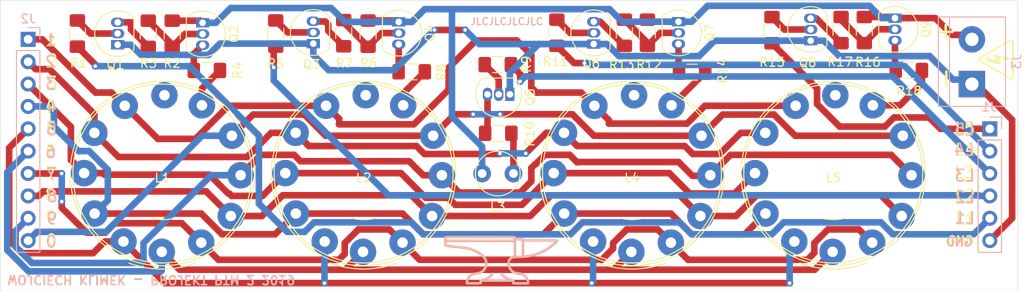
<source format=kicad_pcb>
(kicad_pcb (version 20171130) (host pcbnew "(5.1.0)-1")

  (general
    (thickness 1.6)
    (drawings 40)
    (tracks 417)
    (zones 0)
    (modules 37)
    (nets 45)
  )

  (page A4)
  (layers
    (0 F.Cu signal)
    (31 B.Cu signal)
    (32 B.Adhes user)
    (33 F.Adhes user)
    (34 B.Paste user)
    (35 F.Paste user)
    (36 B.SilkS user)
    (37 F.SilkS user)
    (38 B.Mask user)
    (39 F.Mask user)
    (40 Dwgs.User user)
    (41 Cmts.User user)
    (42 Eco1.User user)
    (43 Eco2.User user)
    (44 Edge.Cuts user)
    (45 Margin user)
    (46 B.CrtYd user)
    (47 F.CrtYd user)
    (48 B.Fab user)
    (49 F.Fab user)
  )

  (setup
    (last_trace_width 0.25)
    (user_trace_width 0.5)
    (user_trace_width 0.75)
    (user_trace_width 1)
    (user_trace_width 1.25)
    (trace_clearance 0.2)
    (zone_clearance 0.508)
    (zone_45_only no)
    (trace_min 0.2)
    (via_size 0.8)
    (via_drill 0.4)
    (via_min_size 0.4)
    (via_min_drill 0.3)
    (uvia_size 0.3)
    (uvia_drill 0.1)
    (uvias_allowed no)
    (uvia_min_size 0.2)
    (uvia_min_drill 0.1)
    (edge_width 0.05)
    (segment_width 0.2)
    (pcb_text_width 0.3)
    (pcb_text_size 1.5 1.5)
    (mod_edge_width 0.12)
    (mod_text_size 1 1)
    (mod_text_width 0.15)
    (pad_size 1.524 1.524)
    (pad_drill 0.762)
    (pad_to_mask_clearance 0.051)
    (solder_mask_min_width 0.25)
    (aux_axis_origin 0 0)
    (visible_elements 7FFFFFFF)
    (pcbplotparams
      (layerselection 0x010f0_ffffffff)
      (usegerberextensions false)
      (usegerberattributes false)
      (usegerberadvancedattributes false)
      (creategerberjobfile false)
      (excludeedgelayer true)
      (linewidth 0.100000)
      (plotframeref false)
      (viasonmask false)
      (mode 1)
      (useauxorigin false)
      (hpglpennumber 1)
      (hpglpenspeed 20)
      (hpglpendiameter 15.000000)
      (psnegative false)
      (psa4output false)
      (plotreference true)
      (plotvalue true)
      (plotinvisibletext false)
      (padsonsilk false)
      (subtractmaskfromsilk false)
      (outputformat 1)
      (mirror false)
      (drillshape 0)
      (scaleselection 1)
      (outputdirectory "Gerbers/"))
  )

  (net 0 "")
  (net 1 GND)
  (net 2 "Net-(J1-Pad5)")
  (net 3 "Net-(J1-Pad4)")
  (net 4 "Net-(J1-Pad3)")
  (net 5 "Net-(J1-Pad2)")
  (net 6 "Net-(J1-Pad1)")
  (net 7 "Net-(J2-Pad10)")
  (net 8 "Net-(J2-Pad9)")
  (net 9 "Net-(J2-Pad8)")
  (net 10 "Net-(J2-Pad7)")
  (net 11 "Net-(J2-Pad6)")
  (net 12 "Net-(J2-Pad5)")
  (net 13 "Net-(J2-Pad4)")
  (net 14 "Net-(J2-Pad3)")
  (net 15 "Net-(J2-Pad2)")
  (net 16 "Net-(J2-Pad1)")
  (net 17 "Net-(L1-Pad1)")
  (net 18 "Net-(L1-Pad12)")
  (net 19 "Net-(L2-Pad1)")
  (net 20 "Net-(L2-Pad12)")
  (net 21 "Net-(L3-Pad2)")
  (net 22 "Net-(L4-Pad1)")
  (net 23 "Net-(L4-Pad12)")
  (net 24 "Net-(L5-Pad1)")
  (net 25 "Net-(L5-Pad12)")
  (net 26 "Net-(Q1-Pad3)")
  (net 27 "Net-(Q1-Pad2)")
  (net 28 "Net-(Q2-Pad3)")
  (net 29 "Net-(Q2-Pad2)")
  (net 30 "Net-(Q3-Pad3)")
  (net 31 "Net-(Q3-Pad2)")
  (net 32 "Net-(Q4-Pad3)")
  (net 33 "Net-(Q4-Pad2)")
  (net 34 "Net-(Q5-Pad3)")
  (net 35 "Net-(Q5-Pad2)")
  (net 36 "Net-(Q6-Pad3)")
  (net 37 "Net-(Q6-Pad2)")
  (net 38 "Net-(Q7-Pad3)")
  (net 39 "Net-(Q7-Pad2)")
  (net 40 "Net-(Q8-Pad3)")
  (net 41 "Net-(Q8-Pad2)")
  (net 42 "Net-(Q9-Pad3)")
  (net 43 "Net-(Q9-Pad2)")
  (net 44 "Net-(J3-Pad2)")

  (net_class Default "To jest domyślna klasa połączeń."
    (clearance 0.2)
    (trace_width 0.25)
    (via_dia 0.8)
    (via_drill 0.4)
    (uvia_dia 0.3)
    (uvia_drill 0.1)
    (add_net GND)
    (add_net "Net-(J1-Pad1)")
    (add_net "Net-(J1-Pad2)")
    (add_net "Net-(J1-Pad3)")
    (add_net "Net-(J1-Pad4)")
    (add_net "Net-(J1-Pad5)")
    (add_net "Net-(J2-Pad1)")
    (add_net "Net-(J2-Pad10)")
    (add_net "Net-(J2-Pad2)")
    (add_net "Net-(J2-Pad3)")
    (add_net "Net-(J2-Pad4)")
    (add_net "Net-(J2-Pad5)")
    (add_net "Net-(J2-Pad6)")
    (add_net "Net-(J2-Pad7)")
    (add_net "Net-(J2-Pad8)")
    (add_net "Net-(J2-Pad9)")
    (add_net "Net-(J3-Pad2)")
    (add_net "Net-(L1-Pad1)")
    (add_net "Net-(L1-Pad12)")
    (add_net "Net-(L2-Pad1)")
    (add_net "Net-(L2-Pad12)")
    (add_net "Net-(L3-Pad2)")
    (add_net "Net-(L4-Pad1)")
    (add_net "Net-(L4-Pad12)")
    (add_net "Net-(L5-Pad1)")
    (add_net "Net-(L5-Pad12)")
    (add_net "Net-(Q1-Pad2)")
    (add_net "Net-(Q1-Pad3)")
    (add_net "Net-(Q2-Pad2)")
    (add_net "Net-(Q2-Pad3)")
    (add_net "Net-(Q3-Pad2)")
    (add_net "Net-(Q3-Pad3)")
    (add_net "Net-(Q4-Pad2)")
    (add_net "Net-(Q4-Pad3)")
    (add_net "Net-(Q5-Pad2)")
    (add_net "Net-(Q5-Pad3)")
    (add_net "Net-(Q6-Pad2)")
    (add_net "Net-(Q6-Pad3)")
    (add_net "Net-(Q7-Pad2)")
    (add_net "Net-(Q7-Pad3)")
    (add_net "Net-(Q8-Pad2)")
    (add_net "Net-(Q8-Pad3)")
    (add_net "Net-(Q9-Pad2)")
    (add_net "Net-(Q9-Pad3)")
  )

  (module WK_lib:TerminalBlock_bornier-2_P5.08mm (layer B.Cu) (tedit 5DA2342E) (tstamp 5DA2AA43)
    (at 145.288 109.22 90)
    (descr "simple 2-pin terminal block, pitch 5.08mm, revamped version of bornier2")
    (tags "terminal block bornier2")
    (path /5DA2A4C8)
    (fp_text reference J3 (at 2.54 5.08 90) (layer B.SilkS)
      (effects (font (size 1 1) (thickness 0.15)) (justify mirror))
    )
    (fp_text value HV (at 2.54 -5.08 90) (layer B.Fab)
      (effects (font (size 1 1) (thickness 0.15)) (justify mirror))
    )
    (fp_line (start 7.79 -4) (end -2.71 -4) (layer B.CrtYd) (width 0.05))
    (fp_line (start 7.79 -4) (end 7.79 4) (layer B.CrtYd) (width 0.05))
    (fp_line (start -2.71 4) (end -2.71 -4) (layer B.CrtYd) (width 0.05))
    (fp_line (start -2.71 4) (end 7.79 4) (layer B.CrtYd) (width 0.05))
    (fp_line (start -2.54 -3.81) (end 7.62 -3.81) (layer B.SilkS) (width 0.12))
    (fp_line (start -2.54 3.81) (end -2.54 -3.81) (layer B.SilkS) (width 0.12))
    (fp_line (start 7.62 3.81) (end -2.54 3.81) (layer B.SilkS) (width 0.12))
    (fp_line (start 7.62 -3.81) (end 7.62 3.81) (layer B.SilkS) (width 0.12))
    (fp_line (start 7.62 -2.54) (end -2.54 -2.54) (layer B.SilkS) (width 0.12))
    (fp_line (start 7.54 3.75) (end -2.46 3.75) (layer B.Fab) (width 0.1))
    (fp_line (start 7.54 -3.75) (end 7.54 3.75) (layer B.Fab) (width 0.1))
    (fp_line (start -2.46 -3.75) (end 7.54 -3.75) (layer B.Fab) (width 0.1))
    (fp_line (start -2.46 3.75) (end -2.46 -3.75) (layer B.Fab) (width 0.1))
    (fp_line (start -2.41 -2.55) (end 7.49 -2.55) (layer B.Fab) (width 0.1))
    (fp_text user %R (at 2.54 0 90) (layer B.Fab)
      (effects (font (size 1 1) (thickness 0.15)) (justify mirror))
    )
    (pad 2 thru_hole circle (at 5.08 0 90) (size 3 3) (drill 1.52) (layers *.Cu *.Mask)
      (net 44 "Net-(J3-Pad2)"))
    (pad 1 thru_hole rect (at 0 0 90) (size 3 3) (drill 1.52) (layers *.Cu *.Mask)
      (net 1 GND))
    (model ${KISYS3DMOD}/TerminalBlock.3dshapes/TerminalBlock_bornier-2_P5.08mm.wrl
      (offset (xyz 2.54 0 0))
      (scale (xyz 1 1 1))
      (rotate (xyz 0 0 0))
    )
    (model C:/Users/Wojtek/Documents/KiCad/lib/3D_models/screw_terminal_bornier.STEP
      (offset (xyz 2.54 0 0))
      (scale (xyz 1 1 1))
      (rotate (xyz -90 0 180))
    )
  )

  (module WK_lib:high_voltage (layer F.Cu) (tedit 0) (tstamp 5D9F17B8)
    (at 148.0058 106.3879 90)
    (fp_text reference G*** (at 0 0 90) (layer F.SilkS) hide
      (effects (font (size 1.524 1.524) (thickness 0.3)))
    )
    (fp_text value LOGO (at 0.75 0 90) (layer F.SilkS) hide
      (effects (font (size 1.524 1.524) (thickness 0.3)))
    )
    (fp_poly (pts (xy 0.097699 -1.078606) (xy 0.172057 -1.076483) (xy 0.219724 -1.073324) (xy 0.232833 -1.070244)
      (xy 0.226021 -1.048728) (xy 0.206748 -0.992314) (xy 0.176755 -0.905987) (xy 0.137783 -0.794728)
      (xy 0.091574 -0.663522) (xy 0.03987 -0.51735) (xy 0.021166 -0.464617) (xy -0.032017 -0.314501)
      (xy -0.080304 -0.177681) (xy -0.121953 -0.059133) (xy -0.155225 0.03617) (xy -0.178378 0.103252)
      (xy -0.189672 0.137141) (xy -0.1905 0.140226) (xy -0.174529 0.134951) (xy -0.133643 0.11221)
      (xy -0.100655 0.091981) (xy 0.017669 0.017977) (xy 0.136148 -0.054891) (xy 0.249251 -0.123349)
      (xy 0.351448 -0.184128) (xy 0.43721 -0.233954) (xy 0.501005 -0.269557) (xy 0.537304 -0.287663)
      (xy 0.543467 -0.289088) (xy 0.540478 -0.267325) (xy 0.528193 -0.209232) (xy 0.507719 -0.11951)
      (xy 0.480168 -0.002865) (xy 0.446647 0.136001) (xy 0.408267 0.292385) (xy 0.371216 0.441306)
      (xy 0.329196 0.609517) (xy 0.290636 0.764551) (xy 0.256703 0.901665) (xy 0.228564 1.016113)
      (xy 0.207385 1.103153) (xy 0.194334 1.158039) (xy 0.1905 1.175965) (xy 0.20474 1.181095)
      (xy 0.250076 1.175832) (xy 0.330431 1.159609) (xy 0.377704 1.148897) (xy 0.392656 1.149971)
      (xy 0.39216 1.166032) (xy 0.373893 1.201122) (xy 0.335534 1.259283) (xy 0.274759 1.34456)
      (xy 0.230715 1.404788) (xy 0.162821 1.496132) (xy 0.103519 1.574053) (xy 0.057338 1.632746)
      (xy 0.02881 1.666403) (xy 0.022094 1.672167) (xy 0.011583 1.653196) (xy -0.009406 1.600925)
      (xy -0.038272 1.522318) (xy -0.072414 1.424337) (xy -0.090556 1.370542) (xy -0.125717 1.264025)
      (xy -0.155475 1.171706) (xy -0.177485 1.101032) (xy -0.189401 1.059452) (xy -0.190848 1.052025)
      (xy -0.175138 1.053556) (xy -0.134879 1.075033) (xy -0.093763 1.10169) (xy -0.03976 1.136862)
      (xy -0.001682 1.15794) (xy 0.00994 1.160915) (xy 0.01519 1.138035) (xy 0.024155 1.080946)
      (xy 0.035901 0.997239) (xy 0.049496 0.894508) (xy 0.064008 0.780345) (xy 0.078506 0.662341)
      (xy 0.092056 0.548088) (xy 0.103726 0.44518) (xy 0.112585 0.361208) (xy 0.1177 0.303764)
      (xy 0.118138 0.280441) (xy 0.118065 0.280343) (xy 0.09796 0.287588) (xy 0.046608 0.3125)
      (xy -0.030267 0.35212) (xy -0.126943 0.403489) (xy -0.237698 0.463649) (xy -0.256352 0.473898)
      (xy -0.368842 0.535182) (xy -0.468186 0.58813) (xy -0.54866 0.629787) (xy -0.604536 0.657196)
      (xy -0.630088 0.667404) (xy -0.63098 0.667243) (xy -0.630534 0.644093) (xy -0.621304 0.591634)
      (xy -0.606255 0.525283) (xy -0.580336 0.419507) (xy -0.546998 0.282366) (xy -0.508381 0.122765)
      (xy -0.466625 -0.050391) (xy -0.423871 -0.228199) (xy -0.38226 -0.401754) (xy -0.343933 -0.562151)
      (xy -0.311029 -0.700485) (xy -0.28569 -0.807854) (xy -0.282834 -0.820053) (xy -0.22225 -1.07919)
      (xy 0.005291 -1.079345) (xy 0.097699 -1.078606)) (layer F.SilkS) (width 0.01))
    (fp_poly (pts (xy 0.059011 -2.006295) (xy 0.104023 -1.980721) (xy 0.129996 -1.948602) (xy 0.17179 -1.887037)
      (xy 0.224588 -1.803541) (xy 0.283569 -1.705628) (xy 0.314435 -1.652637) (xy 0.390587 -1.520583)
      (xy 0.477542 -1.370158) (xy 0.564875 -1.219378) (xy 0.642159 -1.086258) (xy 0.64609 -1.0795)
      (xy 0.71111 -0.967401) (xy 0.775662 -0.855554) (xy 0.833497 -0.754824) (xy 0.878364 -0.676075)
      (xy 0.889594 -0.656166) (xy 0.914185 -0.612939) (xy 0.957849 -0.536781) (xy 1.01845 -0.431401)
      (xy 1.093851 -0.300503) (xy 1.181914 -0.147795) (xy 1.280502 0.023018) (xy 1.387478 0.208228)
      (xy 1.500705 0.40413) (xy 1.605343 0.585061) (xy 1.720289 0.78442) (xy 1.828997 0.974238)
      (xy 1.929575 1.151126) (xy 2.020127 1.311692) (xy 2.098762 1.452546) (xy 2.163586 1.570296)
      (xy 2.212705 1.661552) (xy 2.244226 1.722922) (xy 2.256197 1.750697) (xy 2.255785 1.817404)
      (xy 2.235729 1.891349) (xy 2.235726 1.891356) (xy 2.226949 1.913829) (xy 2.218873 1.933778)
      (xy 2.209063 1.951352) (xy 2.195085 1.9667) (xy 2.174505 1.979972) (xy 2.144889 1.991318)
      (xy 2.103801 2.000886) (xy 2.048809 2.008827) (xy 1.977478 2.01529) (xy 1.887373 2.020424)
      (xy 1.77606 2.024378) (xy 1.641106 2.027303) (xy 1.480076 2.029347) (xy 1.290535 2.030661)
      (xy 1.07005 2.031393) (xy 0.816186 2.031693) (xy 0.526509 2.031711) (xy 0.198585 2.031596)
      (xy -0.046946 2.031518) (xy -0.395323 2.031383) (xy -0.703842 2.031122) (xy -0.974978 2.030696)
      (xy -1.211207 2.030067) (xy -1.415005 2.029197) (xy -1.588845 2.028047) (xy -1.735204 2.026578)
      (xy -1.856558 2.024753) (xy -1.95538 2.022533) (xy -2.034148 2.019878) (xy -2.095335 2.016752)
      (xy -2.141417 2.013116) (xy -2.17487 2.00893) (xy -2.198169 2.004158) (xy -2.21379 1.998759)
      (xy -2.215706 1.997852) (xy -2.275948 1.9494) (xy -2.324072 1.877941) (xy -2.348436 1.801967)
      (xy -2.349455 1.785385) (xy -2.348689 1.782037) (xy -2.174163 1.782037) (xy -2.17362 1.798906)
      (xy -2.162854 1.813275) (xy -2.13958 1.825329) (xy -2.101516 1.835257) (xy -2.04638 1.843247)
      (xy -1.971888 1.849486) (xy -1.875759 1.854162) (xy -1.755709 1.857463) (xy -1.609457 1.859577)
      (xy -1.434718 1.860692) (xy -1.229211 1.860995) (xy -0.990653 1.860674) (xy -0.716762 1.859917)
      (xy -0.405254 1.858912) (xy -0.053847 1.857846) (xy -0.02906 1.857778) (xy 0.319229 1.85676)
      (xy 0.627549 1.855694) (xy 0.898264 1.854541) (xy 1.13374 1.85326) (xy 1.33634 1.851809)
      (xy 1.50843 1.850148) (xy 1.652372 1.848236) (xy 1.770533 1.846032) (xy 1.865276 1.843495)
      (xy 1.938965 1.840585) (xy 1.993966 1.837261) (xy 2.032643 1.833481) (xy 2.05736 1.829206)
      (xy 2.070482 1.824394) (xy 2.073632 1.821474) (xy 2.08043 1.810271) (xy 2.083816 1.79859)
      (xy 2.081499 1.78173) (xy 2.071188 1.754993) (xy 2.050593 1.71368) (xy 2.017424 1.653094)
      (xy 1.969391 1.568534) (xy 1.904203 1.455302) (xy 1.846101 1.354667) (xy 1.723269 1.141917)
      (xy 1.6194 0.962061) (xy 1.53231 0.811324) (xy 1.459812 0.685929) (xy 1.39972 0.5821)
      (xy 1.349848 0.49606) (xy 1.308009 0.424034) (xy 1.272017 0.362244) (xy 1.239686 0.306915)
      (xy 1.227292 0.28575) (xy 1.194318 0.229104) (xy 1.143277 0.140934) (xy 1.077166 0.02644)
      (xy 0.998981 -0.109181) (xy 0.911718 -0.260731) (xy 0.818375 -0.423012) (xy 0.721946 -0.590825)
      (xy 0.708733 -0.613833) (xy 0.569461 -0.856313) (xy 0.449664 -1.064645) (xy 0.347751 -1.241399)
      (xy 0.262135 -1.389149) (xy 0.191227 -1.510467) (xy 0.133438 -1.607926) (xy 0.087179 -1.684098)
      (xy 0.050862 -1.741555) (xy 0.022898 -1.78287) (xy 0.001697 -1.810616) (xy -0.014328 -1.827364)
      (xy -0.026766 -1.835687) (xy -0.037207 -1.838157) (xy -0.046949 -1.837392) (xy -0.055599 -1.834299)
      (xy -0.066431 -1.826071) (xy -0.080678 -1.810647) (xy -0.099572 -1.785964) (xy -0.124347 -1.74996)
      (xy -0.156235 -1.700574) (xy -0.196468 -1.635743) (xy -0.246281 -1.553405) (xy -0.306905 -1.451499)
      (xy -0.379573 -1.327962) (xy -0.465519 -1.180732) (xy -0.565975 -1.007748) (xy -0.682173 -0.806947)
      (xy -0.815347 -0.576267) (xy -0.96673 -0.313647) (xy -1.137554 -0.017024) (xy -1.196095 0.084667)
      (xy -1.298942 0.263265) (xy -1.405509 0.448202) (xy -1.511491 0.632015) (xy -1.612581 0.807238)
      (xy -1.704472 0.966407) (xy -1.782859 1.102056) (xy -1.831045 1.185334) (xy -1.902799 1.309327)
      (xy -1.971401 1.428044) (xy -2.032551 1.534028) (xy -2.081947 1.619823) (xy -2.115289 1.677975)
      (xy -2.119739 1.685784) (xy -2.137269 1.714538) (xy -2.153704 1.74004) (xy -2.166763 1.762477)
      (xy -2.174163 1.782037) (xy -2.348689 1.782037) (xy -2.340689 1.747109) (xy -2.313698 1.683027)
      (xy -2.26735 1.590933) (xy -2.200514 1.468623) (xy -2.112057 1.31389) (xy -2.074122 1.248834)
      (xy -2.039471 1.189365) (xy -1.985812 1.096878) (xy -1.915263 0.975038) (xy -1.829942 0.82751)
      (xy -1.731967 0.657962) (xy -1.623457 0.470059) (xy -1.506529 0.267468) (xy -1.383301 0.053854)
      (xy -1.255892 -0.167116) (xy -1.175317 -0.306916) (xy -1.047905 -0.527998) (xy -0.924536 -0.742039)
      (xy -0.807174 -0.945628) (xy -0.697788 -1.135355) (xy -0.598345 -1.307808) (xy -0.51081 -1.459577)
      (xy -0.437152 -1.58725) (xy -0.379338 -1.687418) (xy -0.339333 -1.756669) (xy -0.323144 -1.784639)
      (xy -0.273661 -1.863587) (xy -0.224537 -1.931278) (xy -0.184004 -1.976708) (xy -0.172755 -1.985723)
      (xy -0.10149 -2.013882) (xy -0.018372 -2.020633) (xy 0.059011 -2.006295)) (layer F.SilkS) (width 0.01))
  )

  (module WK_lib:Anvil_13x13mm (layer B.Cu) (tedit 0) (tstamp 5D9EF2DE)
    (at 91.8464 129.2225 180)
    (fp_text reference G*** (at 0 0 180) (layer B.SilkS) hide
      (effects (font (size 1.524 1.524) (thickness 0.3)) (justify mirror))
    )
    (fp_text value LOGO (at 0.75 0 180) (layer B.SilkS) hide
      (effects (font (size 1.524 1.524) (thickness 0.3)) (justify mirror))
    )
    (fp_poly (pts (xy 2.954603 2.768565) (xy 3.436835 2.768444) (xy 3.872896 2.768214) (xy 4.265102 2.767853)
      (xy 4.615766 2.767337) (xy 4.927204 2.766643) (xy 5.20173 2.76575) (xy 5.441658 2.764633)
      (xy 5.649304 2.763271) (xy 5.826982 2.761639) (xy 5.977006 2.759716) (xy 6.101692 2.757478)
      (xy 6.203354 2.754903) (xy 6.284306 2.751967) (xy 6.346864 2.748648) (xy 6.393342 2.744923)
      (xy 6.426055 2.740769) (xy 6.447317 2.736163) (xy 6.459443 2.731083) (xy 6.462485 2.728686)
      (xy 6.476441 2.689853) (xy 6.487799 2.609942) (xy 6.496524 2.498102) (xy 6.502581 2.363484)
      (xy 6.505937 2.215239) (xy 6.506556 2.062516) (xy 6.504405 1.914466) (xy 6.499448 1.78024)
      (xy 6.491652 1.668986) (xy 6.480981 1.589857) (xy 6.467401 1.552002) (xy 6.466923 1.551578)
      (xy 6.435072 1.54261) (xy 6.357957 1.528614) (xy 6.240786 1.510319) (xy 6.088766 1.488457)
      (xy 5.907107 1.463758) (xy 5.701015 1.436951) (xy 5.4757 1.408768) (xy 5.279473 1.38505)
      (xy 5.036496 1.355983) (xy 4.803629 1.327833) (xy 4.586871 1.301347) (xy 4.392219 1.277271)
      (xy 4.225673 1.256349) (xy 4.093229 1.239329) (xy 4.000887 1.226955) (xy 3.9624 1.221309)
      (xy 3.710558 1.16768) (xy 3.452179 1.088887) (xy 3.193736 0.988712) (xy 2.941705 0.870938)
      (xy 2.702559 0.739345) (xy 2.482773 0.597716) (xy 2.288821 0.449832) (xy 2.127178 0.299477)
      (xy 2.004318 0.150431) (xy 1.940925 0.040487) (xy 1.873351 -0.163633) (xy 1.852306 -0.370144)
      (xy 1.874483 -0.57274) (xy 1.936577 -0.765115) (xy 2.03528 -0.940963) (xy 2.167287 -1.09398)
      (xy 2.329291 -1.21786) (xy 2.517987 -1.306297) (xy 2.667 -1.344226) (xy 2.76379 -1.359891)
      (xy 2.885265 -1.378228) (xy 3.005732 -1.395362) (xy 3.0099 -1.395931) (xy 3.250854 -1.451613)
      (xy 3.465785 -1.550248) (xy 3.658398 -1.693596) (xy 3.680948 -1.714611) (xy 3.827726 -1.884463)
      (xy 3.943675 -2.080033) (xy 4.023395 -2.289307) (xy 4.061485 -2.500271) (xy 4.064 -2.566799)
      (xy 4.063897 -2.619212) (xy 4.060365 -2.661667) (xy 4.048565 -2.695213) (xy 4.023661 -2.720898)
      (xy 3.980815 -2.73977) (xy 3.91519 -2.752876) (xy 3.821949 -2.761265) (xy 3.696254 -2.765985)
      (xy 3.533268 -2.768083) (xy 3.328153 -2.768608) (xy 3.132486 -2.7686) (xy 2.891811 -2.768578)
      (xy 2.697074 -2.767814) (xy 2.543416 -2.765261) (xy 2.425976 -2.759871) (xy 2.339894 -2.750597)
      (xy 2.280309 -2.736391) (xy 2.242362 -2.716207) (xy 2.221192 -2.688995) (xy 2.211938 -2.65371)
      (xy 2.209741 -2.609302) (xy 2.2098 -2.569749) (xy 2.2098 -2.4638) (xy -1.2192 -2.4638)
      (xy -1.2192 -2.576285) (xy -1.219092 -2.625164) (xy -1.221913 -2.66498) (xy -1.232381 -2.696661)
      (xy -1.255213 -2.721136) (xy -1.295127 -2.739331) (xy -1.356841 -2.752176) (xy -1.445073 -2.760597)
      (xy -1.564539 -2.765522) (xy -1.719959 -2.76788) (xy -1.916049 -2.768598) (xy -2.157527 -2.768603)
      (xy -2.1971 -2.7686) (xy -2.438049 -2.768367) (xy -2.633198 -2.767528) (xy -2.787549 -2.765869)
      (xy -2.9061 -2.763178) (xy -2.993853 -2.759242) (xy -3.055807 -2.753848) (xy -3.096961 -2.746784)
      (xy -3.122316 -2.737836) (xy -3.135086 -2.728685) (xy -3.163145 -2.669964) (xy -3.174032 -2.574389)
      (xy -3.169199 -2.48111) (xy -2.8956 -2.48111) (xy -2.871281 -2.483222) (xy -2.802647 -2.485129)
      (xy -2.696182 -2.486756) (xy -2.558371 -2.488026) (xy -2.395699 -2.488864) (xy -2.214649 -2.489197)
      (xy -2.1971 -2.4892) (xy -1.4986 -2.4892) (xy -1.4986 -2.392454) (xy -1.49051 -2.317426)
      (xy -1.470655 -2.259497) (xy -1.46685 -2.253776) (xy -1.429114 -2.22747) (xy -1.355814 -2.193444)
      (xy -1.260323 -2.157626) (xy -1.220993 -2.144776) (xy -0.938933 -2.045999) (xy -0.69445 -1.938696)
      (xy -0.490463 -1.82462) (xy -0.329894 -1.705519) (xy -0.215665 -1.583146) (xy -0.175165 -1.518056)
      (xy -0.120283 -1.446625) (xy -0.05401 -1.408461) (xy 0.012146 -1.403239) (xy 0.066677 -1.43063)
      (xy 0.098076 -1.49031) (xy 0.1016 -1.525905) (xy 0.079289 -1.643963) (xy 0.01144 -1.764108)
      (xy -0.103326 -1.888028) (xy -0.266387 -2.017409) (xy -0.341709 -2.068625) (xy -0.518318 -2.1844)
      (xy 0.509191 -2.183383) (xy 0.764321 -2.183013) (xy 0.972831 -2.182339) (xy 1.138901 -2.18118)
      (xy 1.266709 -2.179357) (xy 1.360435 -2.176691) (xy 1.424258 -2.173) (xy 1.462359 -2.168106)
      (xy 1.478916 -2.161829) (xy 1.47811 -2.153988) (xy 1.464119 -2.144405) (xy 1.4605 -2.142469)
      (xy 1.316665 -2.056332) (xy 1.181232 -1.955361) (xy 1.062758 -1.847683) (xy 0.969804 -1.74142)
      (xy 0.910927 -1.644698) (xy 0.898437 -1.608942) (xy 0.892658 -1.516625) (xy 0.921918 -1.445367)
      (xy 0.981521 -1.406523) (xy 0.982218 -1.406346) (xy 1.050539 -1.402099) (xy 1.107593 -1.432395)
      (xy 1.163205 -1.503634) (xy 1.182857 -1.537117) (xy 1.269794 -1.649983) (xy 1.402521 -1.763632)
      (xy 1.576165 -1.875121) (xy 1.785851 -1.981507) (xy 2.026706 -2.079849) (xy 2.155964 -2.124647)
      (xy 2.267525 -2.162624) (xy 2.362701 -2.197681) (xy 2.43006 -2.225444) (xy 2.456341 -2.239549)
      (xy 2.476622 -2.280245) (xy 2.488178 -2.349683) (xy 2.4892 -2.37801) (xy 2.4892 -2.4892)
      (xy 3.7792 -2.4892) (xy 3.755167 -2.382239) (xy 3.694795 -2.215073) (xy 3.594568 -2.051909)
      (xy 3.464664 -1.905539) (xy 3.315263 -1.788753) (xy 3.256093 -1.755096) (xy 3.176516 -1.724157)
      (xy 3.070175 -1.695149) (xy 2.966735 -1.67545) (xy 2.840124 -1.657309) (xy 2.701618 -1.637524)
      (xy 2.60514 -1.623784) (xy 2.392204 -1.569001) (xy 2.188152 -1.469926) (xy 2.002024 -1.333068)
      (xy 1.84286 -1.164936) (xy 1.731438 -0.994707) (xy 1.667744 -0.867705) (xy 1.625361 -0.759687)
      (xy 1.596871 -0.647736) (xy 1.575307 -0.512291) (xy 1.568579 -0.27559) (xy 1.609086 -0.041)
      (xy 1.693733 0.182447) (xy 1.819428 0.385719) (xy 1.923503 0.50457) (xy 2.186962 0.736216)
      (xy 2.488891 0.948037) (xy 2.819144 1.134945) (xy 3.167572 1.291847) (xy 3.524031 1.413654)
      (xy 3.878373 1.495273) (xy 3.907833 1.500157) (xy 3.960588 1.50765) (xy 4.054853 1.520021)
      (xy 4.184322 1.536507) (xy 4.342684 1.556342) (xy 4.523631 1.578763) (xy 4.720855 1.603005)
      (xy 4.928047 1.628304) (xy 5.138897 1.653895) (xy 5.347098 1.679013) (xy 5.54634 1.702896)
      (xy 5.730315 1.724777) (xy 5.892715 1.743893) (xy 6.027229 1.759479) (xy 6.12755 1.770771)
      (xy 6.18737 1.777004) (xy 6.200935 1.778001) (xy 6.213019 1.80097) (xy 6.221034 1.860222)
      (xy 6.223 1.9177) (xy 6.223 2.0574) (xy -1.397 2.0574) (xy -1.397 0.513067)
      (xy -1.26969 0.482526) (xy -1.112821 0.420771) (xy -0.96629 0.318202) (xy -0.840763 0.184801)
      (xy -0.746909 0.030552) (xy -0.72239 -0.029681) (xy -0.699511 -0.130696) (xy -0.686864 -0.263606)
      (xy -0.684712 -0.410498) (xy -0.693318 -0.553453) (xy -0.7129 -0.674361) (xy -0.793103 -0.904105)
      (xy -0.914401 -1.112154) (xy -1.070999 -1.293161) (xy -1.2571 -1.441777) (xy -1.46691 -1.552655)
      (xy -1.694633 -1.620447) (xy -1.747705 -1.62921) (xy -1.870997 -1.646602) (xy -2.0076 -1.665899)
      (xy -2.090186 -1.677579) (xy -2.300636 -1.731687) (xy -2.487244 -1.828673) (xy -2.64504 -1.964252)
      (xy -2.769056 -2.134137) (xy -2.854322 -2.334041) (xy -2.855359 -2.337513) (xy -2.877409 -2.413094)
      (xy -2.892026 -2.465748) (xy -2.8956 -2.48111) (xy -3.169199 -2.48111) (xy -3.167738 -2.45292)
      (xy -3.144257 -2.316516) (xy -3.13543 -2.280326) (xy -3.052002 -2.057) (xy -2.925623 -1.854836)
      (xy -2.762159 -1.68094) (xy -2.567477 -1.542418) (xy -2.495013 -1.504544) (xy -2.402755 -1.463897)
      (xy -2.312216 -1.433141) (xy -2.209004 -1.408619) (xy -2.078727 -1.386677) (xy -1.974313 -1.372274)
      (xy -1.806074 -1.347558) (xy -1.678036 -1.321966) (xy -1.579626 -1.293002) (xy -1.508148 -1.262242)
      (xy -1.332485 -1.145551) (xy -1.185276 -0.992027) (xy -1.071985 -0.810138) (xy -0.998075 -0.608352)
      (xy -0.97037 -0.428784) (xy -0.969965 -0.268735) (xy -0.99261 -0.141941) (xy -1.042305 -0.034564)
      (xy -1.109581 0.052636) (xy -1.156173 0.100564) (xy -1.204076 0.138803) (xy -1.259638 0.168601)
      (xy -1.329207 0.191204) (xy -1.419132 0.20786) (xy -1.53576 0.219817) (xy -1.685439 0.228322)
      (xy -1.874517 0.234624) (xy -2.0574 0.238894) (xy -2.489224 0.255523) (xy -2.880994 0.287573)
      (xy -3.241641 0.337013) (xy -3.580099 0.405812) (xy -3.9053 0.495939) (xy -4.226176 0.609363)
      (xy -4.55166 0.748052) (xy -4.7117 0.823955) (xy -5.143377 1.054653) (xy -5.538571 1.30893)
      (xy -5.909306 1.595269) (xy -6.266115 1.92069) (xy -6.366389 2.021092) (xy -6.434508 2.094962)
      (xy -6.44457 2.1082) (xy -6.041429 2.1082) (xy -5.897265 1.972822) (xy -5.681099 1.784655)
      (xy -5.431923 1.592611) (xy -5.165339 1.40755) (xy -4.89695 1.240336) (xy -4.655653 1.108475)
      (xy -4.261563 0.932453) (xy -3.835416 0.782413) (xy -3.390879 0.662201) (xy -2.941616 0.575663)
      (xy -2.62255 0.536334) (xy -2.61326 0.546111) (xy -2.605843 0.58018) (xy -2.600126 0.642796)
      (xy -2.595938 0.738214) (xy -2.593106 0.870688) (xy -2.591458 1.044473) (xy -2.590822 1.263825)
      (xy -2.5908 1.3208) (xy -2.5908 2.1082) (xy -6.041429 2.1082) (xy -6.44457 2.1082)
      (xy -6.476119 2.149707) (xy -6.496867 2.192732) (xy -6.5024 2.230654) (xy -6.502473 2.2352)
      (xy -2.3114 2.2352) (xy -2.3114 0.508) (xy -1.6764 0.508) (xy -1.6764 2.2352)
      (xy -2.3114 2.2352) (xy -6.502473 2.2352) (xy -6.502863 2.259376) (xy -6.502054 2.284367)
      (xy -6.496674 2.305887) (xy -6.483424 2.324194) (xy -6.459006 2.339548) (xy -6.420121 2.352207)
      (xy -6.363472 2.362431) (xy -6.28576 2.370479) (xy -6.183685 2.376609) (xy -6.053951 2.381082)
      (xy -5.893258 2.384155) (xy -5.698307 2.386088) (xy -5.465802 2.38714) (xy -5.192442 2.38757)
      (xy -4.874929 2.387637) (xy -4.509966 2.387601) (xy -4.504003 2.3876) (xy -2.61851 2.387601)
      (xy -2.55501 2.451101) (xy -2.529632 2.474821) (xy -2.506869 2.4892) (xy -1.397 2.4892)
      (xy -1.397 2.3368) (xy 6.223 2.3368) (xy 6.223 2.4892) (xy -1.397 2.4892)
      (xy -2.506869 2.4892) (xy -2.502832 2.49175) (xy -2.466117 2.503033) (xy -2.410995 2.509815)
      (xy -2.328972 2.51324) (xy -2.211556 2.514453) (xy -2.083955 2.5146) (xy -1.6764 2.5146)
      (xy -1.6764 2.5908) (xy -1.659177 2.665381) (xy -1.625601 2.7178) (xy -1.618297 2.724496)
      (xy -1.608833 2.730576) (xy -1.594842 2.73607) (xy -1.573957 2.741007) (xy -1.54381 2.745418)
      (xy -1.502034 2.749331) (xy -1.446262 2.752778) (xy -1.374126 2.755787) (xy -1.283258 2.758388)
      (xy -1.171292 2.760611) (xy -1.035859 2.762486) (xy -0.874594 2.764041) (xy -0.685127 2.765308)
      (xy -0.465093 2.766315) (xy -0.212122 2.767093) (xy 0.076151 2.767671) (xy 0.402094 2.768078)
      (xy 0.768075 2.768345) (xy 1.176461 2.768501) (xy 1.629619 2.768576) (xy 2.129917 2.768599)
      (xy 2.423885 2.768601) (xy 2.954603 2.768565)) (layer B.SilkS) (width 0.01))
  )

  (module WK_lib:CD61_nixie (layer F.Cu) (tedit 5D9E1D5E) (tstamp 5D9E9955)
    (at 129.54 119.38)
    (path /5DA0584E)
    (fp_text reference L5 (at 0 0.5) (layer F.SilkS)
      (effects (font (size 1 1) (thickness 0.15)))
    )
    (fp_text value CD61 (at 0 -0.5) (layer F.Fab)
      (effects (font (size 1 1) (thickness 0.15)))
    )
    (fp_arc (start 0 0) (end -1.269999 5.079999) (angle -28.07248694) (layer F.SilkS) (width 0.12))
    (fp_arc (start 0 0) (end -3.809999 10.159999) (angle -41.11209044) (layer F.SilkS) (width 0.12))
    (fp_circle (center 0 0) (end 10.16 -2.54) (layer F.SilkS) (width 0.12))
    (fp_circle (center 0 0) (end 10.16 0) (layer F.SilkS) (width 0.12))
    (pad 2 thru_hole circle (at 7.8994 -4.2926 330) (size 3 3) (drill 1.2) (layers *.Cu *.Mask)
      (net 7 "Net-(J2-Pad10)"))
    (pad 3 thru_hole circle (at 8.89 0.194696 330) (size 3 3) (drill 1.2) (layers *.Cu *.Mask)
      (net 8 "Net-(J2-Pad9)"))
    (pad 6 thru_hole circle (at -0.069678 8.89 330) (size 3 3) (drill 1.2) (layers *.Cu *.Mask)
      (net 11 "Net-(J2-Pad6)"))
    (pad 5 thru_hole circle (at 4.4196 7.8486 330) (size 3 3) (drill 1.2) (layers *.Cu *.Mask)
      (net 10 "Net-(J2-Pad7)"))
    (pad 4 thru_hole circle (at 7.7724 4.826 330) (size 3 3) (drill 1.2) (layers *.Cu *.Mask)
      (net 9 "Net-(J2-Pad8)"))
    (pad 7 thru_hole circle (at -4.4196 7.7216 330) (size 3 3) (drill 1.2) (layers *.Cu *.Mask)
      (net 12 "Net-(J2-Pad5)"))
    (pad 1 thru_hole circle (at 4.4958 -7.747 330) (size 3 3) (drill 1.2) (layers *.Cu *.Mask)
      (net 24 "Net-(L5-Pad1)"))
    (pad 12 thru_hole circle (at 0.238072 -8.89 330) (size 3 3) (drill 1.2) (layers *.Cu *.Mask)
      (net 25 "Net-(L5-Pad12)"))
    (pad 11 thru_hole circle (at -4.2672 -7.6962 330) (size 3 3) (drill 1.2) (layers *.Cu *.Mask)
      (net 16 "Net-(J2-Pad1)"))
    (pad 8 thru_hole circle (at -7.6962 4.5466 330) (size 3 3) (drill 1.2) (layers *.Cu *.Mask)
      (net 13 "Net-(J2-Pad4)"))
    (pad 9 thru_hole circle (at -8.89 -0.047063 330) (size 3 3) (drill 1.2) (layers *.Cu *.Mask)
      (net 14 "Net-(J2-Pad3)"))
    (pad 10 thru_hole circle (at -7.7216 -4.6228 330) (size 3 3) (drill 1.2) (layers *.Cu *.Mask)
      (net 15 "Net-(J2-Pad2)"))
  )

  (module WK_lib:CD61_nixie (layer F.Cu) (tedit 5D9E1D5E) (tstamp 5D9E9941)
    (at 106.68 119.38)
    (path /5DA037AD)
    (fp_text reference L4 (at 0 0.5) (layer F.SilkS)
      (effects (font (size 1 1) (thickness 0.15)))
    )
    (fp_text value CD61 (at 0 -0.5) (layer F.Fab)
      (effects (font (size 1 1) (thickness 0.15)))
    )
    (fp_arc (start 0 0) (end -1.269999 5.079999) (angle -28.07248694) (layer F.SilkS) (width 0.12))
    (fp_arc (start 0 0) (end -3.809999 10.159999) (angle -41.11209044) (layer F.SilkS) (width 0.12))
    (fp_circle (center 0 0) (end 10.16 -2.54) (layer F.SilkS) (width 0.12))
    (fp_circle (center 0 0) (end 10.16 0) (layer F.SilkS) (width 0.12))
    (pad 2 thru_hole circle (at 7.8994 -4.2926 330) (size 3 3) (drill 1.2) (layers *.Cu *.Mask)
      (net 7 "Net-(J2-Pad10)"))
    (pad 3 thru_hole circle (at 8.89 0.194696 330) (size 3 3) (drill 1.2) (layers *.Cu *.Mask)
      (net 8 "Net-(J2-Pad9)"))
    (pad 6 thru_hole circle (at -0.069678 8.89 330) (size 3 3) (drill 1.2) (layers *.Cu *.Mask)
      (net 11 "Net-(J2-Pad6)"))
    (pad 5 thru_hole circle (at 4.4196 7.8486 330) (size 3 3) (drill 1.2) (layers *.Cu *.Mask)
      (net 10 "Net-(J2-Pad7)"))
    (pad 4 thru_hole circle (at 7.7724 4.826 330) (size 3 3) (drill 1.2) (layers *.Cu *.Mask)
      (net 9 "Net-(J2-Pad8)"))
    (pad 7 thru_hole circle (at -4.4196 7.7216 330) (size 3 3) (drill 1.2) (layers *.Cu *.Mask)
      (net 12 "Net-(J2-Pad5)"))
    (pad 1 thru_hole circle (at 4.4958 -7.747 330) (size 3 3) (drill 1.2) (layers *.Cu *.Mask)
      (net 22 "Net-(L4-Pad1)"))
    (pad 12 thru_hole circle (at 0.238072 -8.89 330) (size 3 3) (drill 1.2) (layers *.Cu *.Mask)
      (net 23 "Net-(L4-Pad12)"))
    (pad 11 thru_hole circle (at -4.2672 -7.6962 330) (size 3 3) (drill 1.2) (layers *.Cu *.Mask)
      (net 16 "Net-(J2-Pad1)"))
    (pad 8 thru_hole circle (at -7.6962 4.5466 330) (size 3 3) (drill 1.2) (layers *.Cu *.Mask)
      (net 13 "Net-(J2-Pad4)"))
    (pad 9 thru_hole circle (at -8.89 -0.047063 330) (size 3 3) (drill 1.2) (layers *.Cu *.Mask)
      (net 14 "Net-(J2-Pad3)"))
    (pad 10 thru_hole circle (at -7.7216 -4.6228 330) (size 3 3) (drill 1.2) (layers *.Cu *.Mask)
      (net 15 "Net-(J2-Pad2)"))
  )

  (module Connector_PinHeader_2.54mm:PinHeader_1x10_P2.54mm_Vertical (layer B.Cu) (tedit 59FED5CC) (tstamp 5D9E98E9)
    (at 38.1 104.14 180)
    (descr "Through hole straight pin header, 1x10, 2.54mm pitch, single row")
    (tags "Through hole pin header THT 1x10 2.54mm single row")
    (path /5DA383C8)
    (fp_text reference J2 (at 0 2.33 180) (layer B.SilkS)
      (effects (font (size 1 1) (thickness 0.15)) (justify mirror))
    )
    (fp_text value sterowanie_lamp (at -3.175 -13.335 270) (layer B.Fab)
      (effects (font (size 1 1) (thickness 0.15)) (justify mirror))
    )
    (fp_text user %R (at 0 -11.43 90) (layer B.Fab)
      (effects (font (size 1 1) (thickness 0.15)) (justify mirror))
    )
    (fp_line (start 1.8 1.8) (end -1.8 1.8) (layer B.CrtYd) (width 0.05))
    (fp_line (start 1.8 -24.65) (end 1.8 1.8) (layer B.CrtYd) (width 0.05))
    (fp_line (start -1.8 -24.65) (end 1.8 -24.65) (layer B.CrtYd) (width 0.05))
    (fp_line (start -1.8 1.8) (end -1.8 -24.65) (layer B.CrtYd) (width 0.05))
    (fp_line (start -1.33 1.33) (end 0 1.33) (layer B.SilkS) (width 0.12))
    (fp_line (start -1.33 0) (end -1.33 1.33) (layer B.SilkS) (width 0.12))
    (fp_line (start -1.33 -1.27) (end 1.33 -1.27) (layer B.SilkS) (width 0.12))
    (fp_line (start 1.33 -1.27) (end 1.33 -24.19) (layer B.SilkS) (width 0.12))
    (fp_line (start -1.33 -1.27) (end -1.33 -24.19) (layer B.SilkS) (width 0.12))
    (fp_line (start -1.33 -24.19) (end 1.33 -24.19) (layer B.SilkS) (width 0.12))
    (fp_line (start -1.27 0.635) (end -0.635 1.27) (layer B.Fab) (width 0.1))
    (fp_line (start -1.27 -24.13) (end -1.27 0.635) (layer B.Fab) (width 0.1))
    (fp_line (start 1.27 -24.13) (end -1.27 -24.13) (layer B.Fab) (width 0.1))
    (fp_line (start 1.27 1.27) (end 1.27 -24.13) (layer B.Fab) (width 0.1))
    (fp_line (start -0.635 1.27) (end 1.27 1.27) (layer B.Fab) (width 0.1))
    (pad 10 thru_hole oval (at 0 -22.86 180) (size 1.7 1.7) (drill 1) (layers *.Cu *.Mask)
      (net 7 "Net-(J2-Pad10)"))
    (pad 9 thru_hole oval (at 0 -20.32 180) (size 1.7 1.7) (drill 1) (layers *.Cu *.Mask)
      (net 8 "Net-(J2-Pad9)"))
    (pad 8 thru_hole oval (at 0 -17.78 180) (size 1.7 1.7) (drill 1) (layers *.Cu *.Mask)
      (net 9 "Net-(J2-Pad8)"))
    (pad 7 thru_hole oval (at 0 -15.24 180) (size 1.7 1.7) (drill 1) (layers *.Cu *.Mask)
      (net 10 "Net-(J2-Pad7)"))
    (pad 6 thru_hole oval (at 0 -12.7 180) (size 1.7 1.7) (drill 1) (layers *.Cu *.Mask)
      (net 11 "Net-(J2-Pad6)"))
    (pad 5 thru_hole oval (at 0 -10.16 180) (size 1.7 1.7) (drill 1) (layers *.Cu *.Mask)
      (net 12 "Net-(J2-Pad5)"))
    (pad 4 thru_hole oval (at 0 -7.62 180) (size 1.7 1.7) (drill 1) (layers *.Cu *.Mask)
      (net 13 "Net-(J2-Pad4)"))
    (pad 3 thru_hole oval (at 0 -5.08 180) (size 1.7 1.7) (drill 1) (layers *.Cu *.Mask)
      (net 14 "Net-(J2-Pad3)"))
    (pad 2 thru_hole oval (at 0 -2.54 180) (size 1.7 1.7) (drill 1) (layers *.Cu *.Mask)
      (net 15 "Net-(J2-Pad2)"))
    (pad 1 thru_hole rect (at 0 0 180) (size 1.7 1.7) (drill 1) (layers *.Cu *.Mask)
      (net 16 "Net-(J2-Pad1)"))
    (model ${KISYS3DMOD}/Connector_PinHeader_2.54mm.3dshapes/PinHeader_1x10_P2.54mm_Vertical.wrl
      (at (xyz 0 0 0))
      (scale (xyz 1 1 1))
      (rotate (xyz 0 0 0))
    )
  )

  (module Resistor_SMD:R_1206_3216Metric_Pad1.42x1.75mm_HandSolder (layer F.Cu) (tedit 5B301BBD) (tstamp 5D9E9B29)
    (at 138.1252 107.6706)
    (descr "Resistor SMD 1206 (3216 Metric), square (rectangular) end terminal, IPC_7351 nominal with elongated pad for handsoldering. (Body size source: http://www.tortai-tech.com/upload/download/2011102023233369053.pdf), generated with kicad-footprint-generator")
    (tags "resistor handsolder")
    (path /5DA05830)
    (attr smd)
    (fp_text reference R18 (at 0.0127 2.3241) (layer F.SilkS)
      (effects (font (size 1 1) (thickness 0.15)))
    )
    (fp_text value 47k (at 0 1.82) (layer F.Fab)
      (effects (font (size 1 1) (thickness 0.15)))
    )
    (fp_text user %R (at 0 0) (layer F.Fab)
      (effects (font (size 0.8 0.8) (thickness 0.12)))
    )
    (fp_line (start 2.45 1.12) (end -2.45 1.12) (layer F.CrtYd) (width 0.05))
    (fp_line (start 2.45 -1.12) (end 2.45 1.12) (layer F.CrtYd) (width 0.05))
    (fp_line (start -2.45 -1.12) (end 2.45 -1.12) (layer F.CrtYd) (width 0.05))
    (fp_line (start -2.45 1.12) (end -2.45 -1.12) (layer F.CrtYd) (width 0.05))
    (fp_line (start -0.602064 0.91) (end 0.602064 0.91) (layer F.SilkS) (width 0.12))
    (fp_line (start -0.602064 -0.91) (end 0.602064 -0.91) (layer F.SilkS) (width 0.12))
    (fp_line (start 1.6 0.8) (end -1.6 0.8) (layer F.Fab) (width 0.1))
    (fp_line (start 1.6 -0.8) (end 1.6 0.8) (layer F.Fab) (width 0.1))
    (fp_line (start -1.6 -0.8) (end 1.6 -0.8) (layer F.Fab) (width 0.1))
    (fp_line (start -1.6 0.8) (end -1.6 -0.8) (layer F.Fab) (width 0.1))
    (pad 2 smd roundrect (at 1.4875 0) (size 1.425 1.75) (layers F.Cu F.Paste F.Mask) (roundrect_rratio 0.175439)
      (net 24 "Net-(L5-Pad1)"))
    (pad 1 smd roundrect (at -1.4875 0) (size 1.425 1.75) (layers F.Cu F.Paste F.Mask) (roundrect_rratio 0.175439)
      (net 42 "Net-(Q9-Pad3)"))
    (model ${KISYS3DMOD}/Resistor_SMD.3dshapes/R_1206_3216Metric.wrl
      (at (xyz 0 0 0))
      (scale (xyz 1 1 1))
      (rotate (xyz 0 0 0))
    )
  )

  (module Resistor_SMD:R_1206_3216Metric_Pad1.42x1.75mm_HandSolder (layer F.Cu) (tedit 5B301BBD) (tstamp 5D9E9B18)
    (at 130.429 103.0843 270)
    (descr "Resistor SMD 1206 (3216 Metric), square (rectangular) end terminal, IPC_7351 nominal with elongated pad for handsoldering. (Body size source: http://www.tortai-tech.com/upload/download/2011102023233369053.pdf), generated with kicad-footprint-generator")
    (tags "resistor handsolder")
    (path /5DA05824)
    (attr smd)
    (fp_text reference R17 (at 3.6211 0.1016) (layer F.SilkS)
      (effects (font (size 1 1) (thickness 0.15)))
    )
    (fp_text value 470k (at 0 1.82 270) (layer F.Fab)
      (effects (font (size 1 1) (thickness 0.15)))
    )
    (fp_text user %R (at 0 0 270) (layer F.Fab)
      (effects (font (size 0.8 0.8) (thickness 0.12)))
    )
    (fp_line (start 2.45 1.12) (end -2.45 1.12) (layer F.CrtYd) (width 0.05))
    (fp_line (start 2.45 -1.12) (end 2.45 1.12) (layer F.CrtYd) (width 0.05))
    (fp_line (start -2.45 -1.12) (end 2.45 -1.12) (layer F.CrtYd) (width 0.05))
    (fp_line (start -2.45 1.12) (end -2.45 -1.12) (layer F.CrtYd) (width 0.05))
    (fp_line (start -0.602064 0.91) (end 0.602064 0.91) (layer F.SilkS) (width 0.12))
    (fp_line (start -0.602064 -0.91) (end 0.602064 -0.91) (layer F.SilkS) (width 0.12))
    (fp_line (start 1.6 0.8) (end -1.6 0.8) (layer F.Fab) (width 0.1))
    (fp_line (start 1.6 -0.8) (end 1.6 0.8) (layer F.Fab) (width 0.1))
    (fp_line (start -1.6 -0.8) (end 1.6 -0.8) (layer F.Fab) (width 0.1))
    (fp_line (start -1.6 0.8) (end -1.6 -0.8) (layer F.Fab) (width 0.1))
    (pad 2 smd roundrect (at 1.4875 0 270) (size 1.425 1.75) (layers F.Cu F.Paste F.Mask) (roundrect_rratio 0.175439)
      (net 40 "Net-(Q8-Pad3)"))
    (pad 1 smd roundrect (at -1.4875 0 270) (size 1.425 1.75) (layers F.Cu F.Paste F.Mask) (roundrect_rratio 0.175439)
      (net 43 "Net-(Q9-Pad2)"))
    (model ${KISYS3DMOD}/Resistor_SMD.3dshapes/R_1206_3216Metric.wrl
      (at (xyz 0 0 0))
      (scale (xyz 1 1 1))
      (rotate (xyz 0 0 0))
    )
  )

  (module Resistor_SMD:R_1206_3216Metric_Pad1.42x1.75mm_HandSolder (layer F.Cu) (tedit 5B301BBD) (tstamp 5D9E9B07)
    (at 133.0706 103.0843 270)
    (descr "Resistor SMD 1206 (3216 Metric), square (rectangular) end terminal, IPC_7351 nominal with elongated pad for handsoldering. (Body size source: http://www.tortai-tech.com/upload/download/2011102023233369053.pdf), generated with kicad-footprint-generator")
    (tags "resistor handsolder")
    (path /5DA0582A)
    (attr smd)
    (fp_text reference R16 (at 3.6465 -0.4064) (layer F.SilkS)
      (effects (font (size 1 1) (thickness 0.15)))
    )
    (fp_text value 100k (at 0 1.82 270) (layer F.Fab)
      (effects (font (size 1 1) (thickness 0.15)))
    )
    (fp_text user %R (at 0 0 270) (layer F.Fab)
      (effects (font (size 0.8 0.8) (thickness 0.12)))
    )
    (fp_line (start 2.45 1.12) (end -2.45 1.12) (layer F.CrtYd) (width 0.05))
    (fp_line (start 2.45 -1.12) (end 2.45 1.12) (layer F.CrtYd) (width 0.05))
    (fp_line (start -2.45 -1.12) (end 2.45 -1.12) (layer F.CrtYd) (width 0.05))
    (fp_line (start -2.45 1.12) (end -2.45 -1.12) (layer F.CrtYd) (width 0.05))
    (fp_line (start -0.602064 0.91) (end 0.602064 0.91) (layer F.SilkS) (width 0.12))
    (fp_line (start -0.602064 -0.91) (end 0.602064 -0.91) (layer F.SilkS) (width 0.12))
    (fp_line (start 1.6 0.8) (end -1.6 0.8) (layer F.Fab) (width 0.1))
    (fp_line (start 1.6 -0.8) (end 1.6 0.8) (layer F.Fab) (width 0.1))
    (fp_line (start -1.6 -0.8) (end 1.6 -0.8) (layer F.Fab) (width 0.1))
    (fp_line (start -1.6 0.8) (end -1.6 -0.8) (layer F.Fab) (width 0.1))
    (pad 2 smd roundrect (at 1.4875 0 270) (size 1.425 1.75) (layers F.Cu F.Paste F.Mask) (roundrect_rratio 0.175439)
      (net 43 "Net-(Q9-Pad2)"))
    (pad 1 smd roundrect (at -1.4875 0 270) (size 1.425 1.75) (layers F.Cu F.Paste F.Mask) (roundrect_rratio 0.175439)
      (net 44 "Net-(J3-Pad2)"))
    (model ${KISYS3DMOD}/Resistor_SMD.3dshapes/R_1206_3216Metric.wrl
      (at (xyz 0 0 0))
      (scale (xyz 1 1 1))
      (rotate (xyz 0 0 0))
    )
  )

  (module Resistor_SMD:R_1206_3216Metric_Pad1.42x1.75mm_HandSolder (layer F.Cu) (tedit 5B301BBD) (tstamp 5D9E9AF6)
    (at 122.5804 103.0986 90)
    (descr "Resistor SMD 1206 (3216 Metric), square (rectangular) end terminal, IPC_7351 nominal with elongated pad for handsoldering. (Body size source: http://www.tortai-tech.com/upload/download/2011102023233369053.pdf), generated with kicad-footprint-generator")
    (tags "resistor handsolder")
    (path /5DA0581E)
    (attr smd)
    (fp_text reference R15 (at -3.6322 0.0127 180) (layer F.SilkS)
      (effects (font (size 1 1) (thickness 0.15)))
    )
    (fp_text value 33k (at 0 1.82 90) (layer F.Fab)
      (effects (font (size 1 1) (thickness 0.15)))
    )
    (fp_text user %R (at 0 0 90) (layer F.Fab)
      (effects (font (size 0.8 0.8) (thickness 0.12)))
    )
    (fp_line (start 2.45 1.12) (end -2.45 1.12) (layer F.CrtYd) (width 0.05))
    (fp_line (start 2.45 -1.12) (end 2.45 1.12) (layer F.CrtYd) (width 0.05))
    (fp_line (start -2.45 -1.12) (end 2.45 -1.12) (layer F.CrtYd) (width 0.05))
    (fp_line (start -2.45 1.12) (end -2.45 -1.12) (layer F.CrtYd) (width 0.05))
    (fp_line (start -0.602064 0.91) (end 0.602064 0.91) (layer F.SilkS) (width 0.12))
    (fp_line (start -0.602064 -0.91) (end 0.602064 -0.91) (layer F.SilkS) (width 0.12))
    (fp_line (start 1.6 0.8) (end -1.6 0.8) (layer F.Fab) (width 0.1))
    (fp_line (start 1.6 -0.8) (end 1.6 0.8) (layer F.Fab) (width 0.1))
    (fp_line (start -1.6 -0.8) (end 1.6 -0.8) (layer F.Fab) (width 0.1))
    (fp_line (start -1.6 0.8) (end -1.6 -0.8) (layer F.Fab) (width 0.1))
    (pad 2 smd roundrect (at 1.4875 0 90) (size 1.425 1.75) (layers F.Cu F.Paste F.Mask) (roundrect_rratio 0.175439)
      (net 41 "Net-(Q8-Pad2)"))
    (pad 1 smd roundrect (at -1.4875 0 90) (size 1.425 1.75) (layers F.Cu F.Paste F.Mask) (roundrect_rratio 0.175439)
      (net 6 "Net-(J1-Pad1)"))
    (model ${KISYS3DMOD}/Resistor_SMD.3dshapes/R_1206_3216Metric.wrl
      (at (xyz 0 0 0))
      (scale (xyz 1 1 1))
      (rotate (xyz 0 0 0))
    )
  )

  (module Resistor_SMD:R_1206_3216Metric_Pad1.42x1.75mm_HandSolder (layer F.Cu) (tedit 5B301BBD) (tstamp 5D9E9AE5)
    (at 113.5126 107.8738)
    (descr "Resistor SMD 1206 (3216 Metric), square (rectangular) end terminal, IPC_7351 nominal with elongated pad for handsoldering. (Body size source: http://www.tortai-tech.com/upload/download/2011102023233369053.pdf), generated with kicad-footprint-generator")
    (tags "resistor handsolder")
    (path /5DA0378F)
    (attr smd)
    (fp_text reference R14 (at 3.4544 -0.1524 90) (layer F.SilkS)
      (effects (font (size 1 1) (thickness 0.15)))
    )
    (fp_text value 47k (at 0 1.82) (layer F.Fab)
      (effects (font (size 1 1) (thickness 0.15)))
    )
    (fp_text user %R (at 0 0) (layer F.Fab)
      (effects (font (size 0.8 0.8) (thickness 0.12)))
    )
    (fp_line (start 2.45 1.12) (end -2.45 1.12) (layer F.CrtYd) (width 0.05))
    (fp_line (start 2.45 -1.12) (end 2.45 1.12) (layer F.CrtYd) (width 0.05))
    (fp_line (start -2.45 -1.12) (end 2.45 -1.12) (layer F.CrtYd) (width 0.05))
    (fp_line (start -2.45 1.12) (end -2.45 -1.12) (layer F.CrtYd) (width 0.05))
    (fp_line (start -0.602064 0.91) (end 0.602064 0.91) (layer F.SilkS) (width 0.12))
    (fp_line (start -0.602064 -0.91) (end 0.602064 -0.91) (layer F.SilkS) (width 0.12))
    (fp_line (start 1.6 0.8) (end -1.6 0.8) (layer F.Fab) (width 0.1))
    (fp_line (start 1.6 -0.8) (end 1.6 0.8) (layer F.Fab) (width 0.1))
    (fp_line (start -1.6 -0.8) (end 1.6 -0.8) (layer F.Fab) (width 0.1))
    (fp_line (start -1.6 0.8) (end -1.6 -0.8) (layer F.Fab) (width 0.1))
    (pad 2 smd roundrect (at 1.4875 0) (size 1.425 1.75) (layers F.Cu F.Paste F.Mask) (roundrect_rratio 0.175439)
      (net 22 "Net-(L4-Pad1)"))
    (pad 1 smd roundrect (at -1.4875 0) (size 1.425 1.75) (layers F.Cu F.Paste F.Mask) (roundrect_rratio 0.175439)
      (net 38 "Net-(Q7-Pad3)"))
    (model ${KISYS3DMOD}/Resistor_SMD.3dshapes/R_1206_3216Metric.wrl
      (at (xyz 0 0 0))
      (scale (xyz 1 1 1))
      (rotate (xyz 0 0 0))
    )
  )

  (module Resistor_SMD:R_1206_3216Metric_Pad1.42x1.75mm_HandSolder (layer F.Cu) (tedit 5B301BBD) (tstamp 5D9E9AD4)
    (at 105.8164 103.3891 270)
    (descr "Resistor SMD 1206 (3216 Metric), square (rectangular) end terminal, IPC_7351 nominal with elongated pad for handsoldering. (Body size source: http://www.tortai-tech.com/upload/download/2011102023233369053.pdf), generated with kicad-footprint-generator")
    (tags "resistor handsolder")
    (path /5DA03783)
    (attr smd)
    (fp_text reference R13 (at 3.6465 0.3048) (layer F.SilkS)
      (effects (font (size 1 1) (thickness 0.15)))
    )
    (fp_text value 470k (at 0 1.82 270) (layer F.Fab)
      (effects (font (size 1 1) (thickness 0.15)))
    )
    (fp_text user %R (at 0 0 270) (layer F.Fab)
      (effects (font (size 0.8 0.8) (thickness 0.12)))
    )
    (fp_line (start 2.45 1.12) (end -2.45 1.12) (layer F.CrtYd) (width 0.05))
    (fp_line (start 2.45 -1.12) (end 2.45 1.12) (layer F.CrtYd) (width 0.05))
    (fp_line (start -2.45 -1.12) (end 2.45 -1.12) (layer F.CrtYd) (width 0.05))
    (fp_line (start -2.45 1.12) (end -2.45 -1.12) (layer F.CrtYd) (width 0.05))
    (fp_line (start -0.602064 0.91) (end 0.602064 0.91) (layer F.SilkS) (width 0.12))
    (fp_line (start -0.602064 -0.91) (end 0.602064 -0.91) (layer F.SilkS) (width 0.12))
    (fp_line (start 1.6 0.8) (end -1.6 0.8) (layer F.Fab) (width 0.1))
    (fp_line (start 1.6 -0.8) (end 1.6 0.8) (layer F.Fab) (width 0.1))
    (fp_line (start -1.6 -0.8) (end 1.6 -0.8) (layer F.Fab) (width 0.1))
    (fp_line (start -1.6 0.8) (end -1.6 -0.8) (layer F.Fab) (width 0.1))
    (pad 2 smd roundrect (at 1.4875 0 270) (size 1.425 1.75) (layers F.Cu F.Paste F.Mask) (roundrect_rratio 0.175439)
      (net 36 "Net-(Q6-Pad3)"))
    (pad 1 smd roundrect (at -1.4875 0 270) (size 1.425 1.75) (layers F.Cu F.Paste F.Mask) (roundrect_rratio 0.175439)
      (net 39 "Net-(Q7-Pad2)"))
    (model ${KISYS3DMOD}/Resistor_SMD.3dshapes/R_1206_3216Metric.wrl
      (at (xyz 0 0 0))
      (scale (xyz 1 1 1))
      (rotate (xyz 0 0 0))
    )
  )

  (module Resistor_SMD:R_1206_3216Metric_Pad1.42x1.75mm_HandSolder (layer F.Cu) (tedit 5B301BBD) (tstamp 5D9EA3A5)
    (at 108.4326 103.3891 270)
    (descr "Resistor SMD 1206 (3216 Metric), square (rectangular) end terminal, IPC_7351 nominal with elongated pad for handsoldering. (Body size source: http://www.tortai-tech.com/upload/download/2011102023233369053.pdf), generated with kicad-footprint-generator")
    (tags "resistor handsolder")
    (path /5DA03789)
    (attr smd)
    (fp_text reference R12 (at 3.6211 -0.1778) (layer F.SilkS)
      (effects (font (size 1 1) (thickness 0.15)))
    )
    (fp_text value 100k (at 0 1.82 270) (layer F.Fab)
      (effects (font (size 1 1) (thickness 0.15)))
    )
    (fp_text user %R (at 0 0 270) (layer F.Fab)
      (effects (font (size 0.8 0.8) (thickness 0.12)))
    )
    (fp_line (start 2.45 1.12) (end -2.45 1.12) (layer F.CrtYd) (width 0.05))
    (fp_line (start 2.45 -1.12) (end 2.45 1.12) (layer F.CrtYd) (width 0.05))
    (fp_line (start -2.45 -1.12) (end 2.45 -1.12) (layer F.CrtYd) (width 0.05))
    (fp_line (start -2.45 1.12) (end -2.45 -1.12) (layer F.CrtYd) (width 0.05))
    (fp_line (start -0.602064 0.91) (end 0.602064 0.91) (layer F.SilkS) (width 0.12))
    (fp_line (start -0.602064 -0.91) (end 0.602064 -0.91) (layer F.SilkS) (width 0.12))
    (fp_line (start 1.6 0.8) (end -1.6 0.8) (layer F.Fab) (width 0.1))
    (fp_line (start 1.6 -0.8) (end 1.6 0.8) (layer F.Fab) (width 0.1))
    (fp_line (start -1.6 -0.8) (end 1.6 -0.8) (layer F.Fab) (width 0.1))
    (fp_line (start -1.6 0.8) (end -1.6 -0.8) (layer F.Fab) (width 0.1))
    (pad 2 smd roundrect (at 1.4875 0 270) (size 1.425 1.75) (layers F.Cu F.Paste F.Mask) (roundrect_rratio 0.175439)
      (net 39 "Net-(Q7-Pad2)"))
    (pad 1 smd roundrect (at -1.4875 0 270) (size 1.425 1.75) (layers F.Cu F.Paste F.Mask) (roundrect_rratio 0.175439)
      (net 44 "Net-(J3-Pad2)"))
    (model ${KISYS3DMOD}/Resistor_SMD.3dshapes/R_1206_3216Metric.wrl
      (at (xyz 0 0 0))
      (scale (xyz 1 1 1))
      (rotate (xyz 0 0 0))
    )
  )

  (module Resistor_SMD:R_1206_3216Metric_Pad1.42x1.75mm_HandSolder (layer F.Cu) (tedit 5B301BBD) (tstamp 5D9E9AB2)
    (at 98.1456 103.3891 90)
    (descr "Resistor SMD 1206 (3216 Metric), square (rectangular) end terminal, IPC_7351 nominal with elongated pad for handsoldering. (Body size source: http://www.tortai-tech.com/upload/download/2011102023233369053.pdf), generated with kicad-footprint-generator")
    (tags "resistor handsolder")
    (path /5DA0377D)
    (attr smd)
    (fp_text reference R11 (at -3.2909 -0.1524 180) (layer F.SilkS)
      (effects (font (size 1 1) (thickness 0.15)))
    )
    (fp_text value 33k (at 0 1.82 90) (layer F.Fab)
      (effects (font (size 1 1) (thickness 0.15)))
    )
    (fp_text user %R (at 0 0 90) (layer F.Fab)
      (effects (font (size 0.8 0.8) (thickness 0.12)))
    )
    (fp_line (start 2.45 1.12) (end -2.45 1.12) (layer F.CrtYd) (width 0.05))
    (fp_line (start 2.45 -1.12) (end 2.45 1.12) (layer F.CrtYd) (width 0.05))
    (fp_line (start -2.45 -1.12) (end 2.45 -1.12) (layer F.CrtYd) (width 0.05))
    (fp_line (start -2.45 1.12) (end -2.45 -1.12) (layer F.CrtYd) (width 0.05))
    (fp_line (start -0.602064 0.91) (end 0.602064 0.91) (layer F.SilkS) (width 0.12))
    (fp_line (start -0.602064 -0.91) (end 0.602064 -0.91) (layer F.SilkS) (width 0.12))
    (fp_line (start 1.6 0.8) (end -1.6 0.8) (layer F.Fab) (width 0.1))
    (fp_line (start 1.6 -0.8) (end 1.6 0.8) (layer F.Fab) (width 0.1))
    (fp_line (start -1.6 -0.8) (end 1.6 -0.8) (layer F.Fab) (width 0.1))
    (fp_line (start -1.6 0.8) (end -1.6 -0.8) (layer F.Fab) (width 0.1))
    (pad 2 smd roundrect (at 1.4875 0 90) (size 1.425 1.75) (layers F.Cu F.Paste F.Mask) (roundrect_rratio 0.175439)
      (net 37 "Net-(Q6-Pad2)"))
    (pad 1 smd roundrect (at -1.4875 0 90) (size 1.425 1.75) (layers F.Cu F.Paste F.Mask) (roundrect_rratio 0.175439)
      (net 5 "Net-(J1-Pad2)"))
    (model ${KISYS3DMOD}/Resistor_SMD.3dshapes/R_1206_3216Metric.wrl
      (at (xyz 0 0 0))
      (scale (xyz 1 1 1))
      (rotate (xyz 0 0 0))
    )
  )

  (module Resistor_SMD:R_1206_3216Metric_Pad1.42x1.75mm_HandSolder (layer F.Cu) (tedit 5B301BBD) (tstamp 5D9E9AA1)
    (at 91.4908 114.808 180)
    (descr "Resistor SMD 1206 (3216 Metric), square (rectangular) end terminal, IPC_7351 nominal with elongated pad for handsoldering. (Body size source: http://www.tortai-tech.com/upload/download/2011102023233369053.pdf), generated with kicad-footprint-generator")
    (tags "resistor handsolder")
    (path /5DA180DF)
    (attr smd)
    (fp_text reference R10 (at -3.6068 -0.0889 270) (layer F.SilkS)
      (effects (font (size 1 1) (thickness 0.15)))
    )
    (fp_text value 220k (at 0 1.82 180) (layer F.Fab)
      (effects (font (size 1 1) (thickness 0.15)))
    )
    (fp_text user %R (at 0 0 180) (layer F.Fab)
      (effects (font (size 0.8 0.8) (thickness 0.12)))
    )
    (fp_line (start 2.45 1.12) (end -2.45 1.12) (layer F.CrtYd) (width 0.05))
    (fp_line (start 2.45 -1.12) (end 2.45 1.12) (layer F.CrtYd) (width 0.05))
    (fp_line (start -2.45 -1.12) (end 2.45 -1.12) (layer F.CrtYd) (width 0.05))
    (fp_line (start -2.45 1.12) (end -2.45 -1.12) (layer F.CrtYd) (width 0.05))
    (fp_line (start -0.602064 0.91) (end 0.602064 0.91) (layer F.SilkS) (width 0.12))
    (fp_line (start -0.602064 -0.91) (end 0.602064 -0.91) (layer F.SilkS) (width 0.12))
    (fp_line (start 1.6 0.8) (end -1.6 0.8) (layer F.Fab) (width 0.1))
    (fp_line (start 1.6 -0.8) (end 1.6 0.8) (layer F.Fab) (width 0.1))
    (fp_line (start -1.6 -0.8) (end 1.6 -0.8) (layer F.Fab) (width 0.1))
    (fp_line (start -1.6 0.8) (end -1.6 -0.8) (layer F.Fab) (width 0.1))
    (pad 2 smd roundrect (at 1.4875 0 180) (size 1.425 1.75) (layers F.Cu F.Paste F.Mask) (roundrect_rratio 0.175439)
      (net 34 "Net-(Q5-Pad3)"))
    (pad 1 smd roundrect (at -1.4875 0 180) (size 1.425 1.75) (layers F.Cu F.Paste F.Mask) (roundrect_rratio 0.175439)
      (net 21 "Net-(L3-Pad2)"))
    (model ${KISYS3DMOD}/Resistor_SMD.3dshapes/R_1206_3216Metric.wrl
      (at (xyz 0 0 0))
      (scale (xyz 1 1 1))
      (rotate (xyz 0 0 0))
    )
  )

  (module Resistor_SMD:R_1206_3216Metric_Pad1.42x1.75mm_HandSolder (layer F.Cu) (tedit 5B301BBD) (tstamp 5D9E9A90)
    (at 91.44 107.0102 180)
    (descr "Resistor SMD 1206 (3216 Metric), square (rectangular) end terminal, IPC_7351 nominal with elongated pad for handsoldering. (Body size source: http://www.tortai-tech.com/upload/download/2011102023233369053.pdf), generated with kicad-footprint-generator")
    (tags "resistor handsolder")
    (path /5DA180D9)
    (attr smd)
    (fp_text reference R9 (at -3.2512 0.0381 270) (layer F.SilkS)
      (effects (font (size 1 1) (thickness 0.15)))
    )
    (fp_text value 33k (at 0 1.82 180) (layer F.Fab)
      (effects (font (size 1 1) (thickness 0.15)))
    )
    (fp_text user %R (at 0 0 180) (layer F.Fab)
      (effects (font (size 0.8 0.8) (thickness 0.12)))
    )
    (fp_line (start 2.45 1.12) (end -2.45 1.12) (layer F.CrtYd) (width 0.05))
    (fp_line (start 2.45 -1.12) (end 2.45 1.12) (layer F.CrtYd) (width 0.05))
    (fp_line (start -2.45 -1.12) (end 2.45 -1.12) (layer F.CrtYd) (width 0.05))
    (fp_line (start -2.45 1.12) (end -2.45 -1.12) (layer F.CrtYd) (width 0.05))
    (fp_line (start -0.602064 0.91) (end 0.602064 0.91) (layer F.SilkS) (width 0.12))
    (fp_line (start -0.602064 -0.91) (end 0.602064 -0.91) (layer F.SilkS) (width 0.12))
    (fp_line (start 1.6 0.8) (end -1.6 0.8) (layer F.Fab) (width 0.1))
    (fp_line (start 1.6 -0.8) (end 1.6 0.8) (layer F.Fab) (width 0.1))
    (fp_line (start -1.6 -0.8) (end 1.6 -0.8) (layer F.Fab) (width 0.1))
    (fp_line (start -1.6 0.8) (end -1.6 -0.8) (layer F.Fab) (width 0.1))
    (pad 2 smd roundrect (at 1.4875 0 180) (size 1.425 1.75) (layers F.Cu F.Paste F.Mask) (roundrect_rratio 0.175439)
      (net 35 "Net-(Q5-Pad2)"))
    (pad 1 smd roundrect (at -1.4875 0 180) (size 1.425 1.75) (layers F.Cu F.Paste F.Mask) (roundrect_rratio 0.175439)
      (net 4 "Net-(J1-Pad3)"))
    (model ${KISYS3DMOD}/Resistor_SMD.3dshapes/R_1206_3216Metric.wrl
      (at (xyz 0 0 0))
      (scale (xyz 1 1 1))
      (rotate (xyz 0 0 0))
    )
  )

  (module Resistor_SMD:R_1206_3216Metric_Pad1.42x1.75mm_HandSolder (layer F.Cu) (tedit 5B301BBD) (tstamp 5D9E9A7F)
    (at 81.661 107.823)
    (descr "Resistor SMD 1206 (3216 Metric), square (rectangular) end terminal, IPC_7351 nominal with elongated pad for handsoldering. (Body size source: http://www.tortai-tech.com/upload/download/2011102023233369053.pdf), generated with kicad-footprint-generator")
    (tags "resistor handsolder")
    (path /5D9FCFF5)
    (attr smd)
    (fp_text reference R8 (at 3.3528 0.0762 90) (layer F.SilkS)
      (effects (font (size 1 1) (thickness 0.15)))
    )
    (fp_text value 47k (at 0 1.82) (layer F.Fab)
      (effects (font (size 1 1) (thickness 0.15)))
    )
    (fp_text user %R (at 0 0) (layer F.Fab)
      (effects (font (size 0.8 0.8) (thickness 0.12)))
    )
    (fp_line (start 2.45 1.12) (end -2.45 1.12) (layer F.CrtYd) (width 0.05))
    (fp_line (start 2.45 -1.12) (end 2.45 1.12) (layer F.CrtYd) (width 0.05))
    (fp_line (start -2.45 -1.12) (end 2.45 -1.12) (layer F.CrtYd) (width 0.05))
    (fp_line (start -2.45 1.12) (end -2.45 -1.12) (layer F.CrtYd) (width 0.05))
    (fp_line (start -0.602064 0.91) (end 0.602064 0.91) (layer F.SilkS) (width 0.12))
    (fp_line (start -0.602064 -0.91) (end 0.602064 -0.91) (layer F.SilkS) (width 0.12))
    (fp_line (start 1.6 0.8) (end -1.6 0.8) (layer F.Fab) (width 0.1))
    (fp_line (start 1.6 -0.8) (end 1.6 0.8) (layer F.Fab) (width 0.1))
    (fp_line (start -1.6 -0.8) (end 1.6 -0.8) (layer F.Fab) (width 0.1))
    (fp_line (start -1.6 0.8) (end -1.6 -0.8) (layer F.Fab) (width 0.1))
    (pad 2 smd roundrect (at 1.4875 0) (size 1.425 1.75) (layers F.Cu F.Paste F.Mask) (roundrect_rratio 0.175439)
      (net 19 "Net-(L2-Pad1)"))
    (pad 1 smd roundrect (at -1.4875 0) (size 1.425 1.75) (layers F.Cu F.Paste F.Mask) (roundrect_rratio 0.175439)
      (net 32 "Net-(Q4-Pad3)"))
    (model ${KISYS3DMOD}/Resistor_SMD.3dshapes/R_1206_3216Metric.wrl
      (at (xyz 0 0 0))
      (scale (xyz 1 1 1))
      (rotate (xyz 0 0 0))
    )
  )

  (module Resistor_SMD:R_1206_3216Metric_Pad1.42x1.75mm_HandSolder (layer F.Cu) (tedit 5B301BBD) (tstamp 5D9E9A6E)
    (at 73.9394 103.4399 270)
    (descr "Resistor SMD 1206 (3216 Metric), square (rectangular) end terminal, IPC_7351 nominal with elongated pad for handsoldering. (Body size source: http://www.tortai-tech.com/upload/download/2011102023233369053.pdf), generated with kicad-footprint-generator")
    (tags "resistor handsolder")
    (path /5D9FCFE9)
    (attr smd)
    (fp_text reference R7 (at 3.4179 -0.0762) (layer F.SilkS)
      (effects (font (size 1 1) (thickness 0.15)))
    )
    (fp_text value 470k (at 0 1.82 270) (layer F.Fab)
      (effects (font (size 1 1) (thickness 0.15)))
    )
    (fp_text user %R (at 0 0 270) (layer F.Fab)
      (effects (font (size 0.8 0.8) (thickness 0.12)))
    )
    (fp_line (start 2.45 1.12) (end -2.45 1.12) (layer F.CrtYd) (width 0.05))
    (fp_line (start 2.45 -1.12) (end 2.45 1.12) (layer F.CrtYd) (width 0.05))
    (fp_line (start -2.45 -1.12) (end 2.45 -1.12) (layer F.CrtYd) (width 0.05))
    (fp_line (start -2.45 1.12) (end -2.45 -1.12) (layer F.CrtYd) (width 0.05))
    (fp_line (start -0.602064 0.91) (end 0.602064 0.91) (layer F.SilkS) (width 0.12))
    (fp_line (start -0.602064 -0.91) (end 0.602064 -0.91) (layer F.SilkS) (width 0.12))
    (fp_line (start 1.6 0.8) (end -1.6 0.8) (layer F.Fab) (width 0.1))
    (fp_line (start 1.6 -0.8) (end 1.6 0.8) (layer F.Fab) (width 0.1))
    (fp_line (start -1.6 -0.8) (end 1.6 -0.8) (layer F.Fab) (width 0.1))
    (fp_line (start -1.6 0.8) (end -1.6 -0.8) (layer F.Fab) (width 0.1))
    (pad 2 smd roundrect (at 1.4875 0 270) (size 1.425 1.75) (layers F.Cu F.Paste F.Mask) (roundrect_rratio 0.175439)
      (net 30 "Net-(Q3-Pad3)"))
    (pad 1 smd roundrect (at -1.4875 0 270) (size 1.425 1.75) (layers F.Cu F.Paste F.Mask) (roundrect_rratio 0.175439)
      (net 33 "Net-(Q4-Pad2)"))
    (model ${KISYS3DMOD}/Resistor_SMD.3dshapes/R_1206_3216Metric.wrl
      (at (xyz 0 0 0))
      (scale (xyz 1 1 1))
      (rotate (xyz 0 0 0))
    )
  )

  (module Resistor_SMD:R_1206_3216Metric_Pad1.42x1.75mm_HandSolder (layer F.Cu) (tedit 5B301BBD) (tstamp 5D9E9A5D)
    (at 76.708 103.4907 270)
    (descr "Resistor SMD 1206 (3216 Metric), square (rectangular) end terminal, IPC_7351 nominal with elongated pad for handsoldering. (Body size source: http://www.tortai-tech.com/upload/download/2011102023233369053.pdf), generated with kicad-footprint-generator")
    (tags "resistor handsolder")
    (path /5D9FCFEF)
    (attr smd)
    (fp_text reference R6 (at 3.3163 -0.0508) (layer F.SilkS)
      (effects (font (size 1 1) (thickness 0.15)))
    )
    (fp_text value 100k (at 0 1.82 270) (layer F.Fab)
      (effects (font (size 1 1) (thickness 0.15)))
    )
    (fp_text user %R (at 0 0 270) (layer F.Fab)
      (effects (font (size 0.8 0.8) (thickness 0.12)))
    )
    (fp_line (start 2.45 1.12) (end -2.45 1.12) (layer F.CrtYd) (width 0.05))
    (fp_line (start 2.45 -1.12) (end 2.45 1.12) (layer F.CrtYd) (width 0.05))
    (fp_line (start -2.45 -1.12) (end 2.45 -1.12) (layer F.CrtYd) (width 0.05))
    (fp_line (start -2.45 1.12) (end -2.45 -1.12) (layer F.CrtYd) (width 0.05))
    (fp_line (start -0.602064 0.91) (end 0.602064 0.91) (layer F.SilkS) (width 0.12))
    (fp_line (start -0.602064 -0.91) (end 0.602064 -0.91) (layer F.SilkS) (width 0.12))
    (fp_line (start 1.6 0.8) (end -1.6 0.8) (layer F.Fab) (width 0.1))
    (fp_line (start 1.6 -0.8) (end 1.6 0.8) (layer F.Fab) (width 0.1))
    (fp_line (start -1.6 -0.8) (end 1.6 -0.8) (layer F.Fab) (width 0.1))
    (fp_line (start -1.6 0.8) (end -1.6 -0.8) (layer F.Fab) (width 0.1))
    (pad 2 smd roundrect (at 1.4875 0 270) (size 1.425 1.75) (layers F.Cu F.Paste F.Mask) (roundrect_rratio 0.175439)
      (net 33 "Net-(Q4-Pad2)"))
    (pad 1 smd roundrect (at -1.4875 0 270) (size 1.425 1.75) (layers F.Cu F.Paste F.Mask) (roundrect_rratio 0.175439)
      (net 44 "Net-(J3-Pad2)"))
    (model ${KISYS3DMOD}/Resistor_SMD.3dshapes/R_1206_3216Metric.wrl
      (at (xyz 0 0 0))
      (scale (xyz 1 1 1))
      (rotate (xyz 0 0 0))
    )
  )

  (module Resistor_SMD:R_1206_3216Metric_Pad1.42x1.75mm_HandSolder (layer F.Cu) (tedit 5B301BBD) (tstamp 5D9E9A4C)
    (at 66.2178 103.4796 90)
    (descr "Resistor SMD 1206 (3216 Metric), square (rectangular) end terminal, IPC_7351 nominal with elongated pad for handsoldering. (Body size source: http://www.tortai-tech.com/upload/download/2011102023233369053.pdf), generated with kicad-footprint-generator")
    (tags "resistor handsolder")
    (path /5D9FCFE3)
    (attr smd)
    (fp_text reference R5 (at -3.4036 0 180) (layer F.SilkS)
      (effects (font (size 1 1) (thickness 0.15)))
    )
    (fp_text value 33k (at 0 1.82 90) (layer F.Fab)
      (effects (font (size 1 1) (thickness 0.15)))
    )
    (fp_text user %R (at 0 0 90) (layer F.Fab)
      (effects (font (size 0.8 0.8) (thickness 0.12)))
    )
    (fp_line (start 2.45 1.12) (end -2.45 1.12) (layer F.CrtYd) (width 0.05))
    (fp_line (start 2.45 -1.12) (end 2.45 1.12) (layer F.CrtYd) (width 0.05))
    (fp_line (start -2.45 -1.12) (end 2.45 -1.12) (layer F.CrtYd) (width 0.05))
    (fp_line (start -2.45 1.12) (end -2.45 -1.12) (layer F.CrtYd) (width 0.05))
    (fp_line (start -0.602064 0.91) (end 0.602064 0.91) (layer F.SilkS) (width 0.12))
    (fp_line (start -0.602064 -0.91) (end 0.602064 -0.91) (layer F.SilkS) (width 0.12))
    (fp_line (start 1.6 0.8) (end -1.6 0.8) (layer F.Fab) (width 0.1))
    (fp_line (start 1.6 -0.8) (end 1.6 0.8) (layer F.Fab) (width 0.1))
    (fp_line (start -1.6 -0.8) (end 1.6 -0.8) (layer F.Fab) (width 0.1))
    (fp_line (start -1.6 0.8) (end -1.6 -0.8) (layer F.Fab) (width 0.1))
    (pad 2 smd roundrect (at 1.4875 0 90) (size 1.425 1.75) (layers F.Cu F.Paste F.Mask) (roundrect_rratio 0.175439)
      (net 31 "Net-(Q3-Pad2)"))
    (pad 1 smd roundrect (at -1.4875 0 90) (size 1.425 1.75) (layers F.Cu F.Paste F.Mask) (roundrect_rratio 0.175439)
      (net 3 "Net-(J1-Pad4)"))
    (model ${KISYS3DMOD}/Resistor_SMD.3dshapes/R_1206_3216Metric.wrl
      (at (xyz 0 0 0))
      (scale (xyz 1 1 1))
      (rotate (xyz 0 0 0))
    )
  )

  (module Resistor_SMD:R_1206_3216Metric_Pad1.42x1.75mm_HandSolder (layer F.Cu) (tedit 5B301BBD) (tstamp 5D9EA417)
    (at 58.3946 107.6706)
    (descr "Resistor SMD 1206 (3216 Metric), square (rectangular) end terminal, IPC_7351 nominal with elongated pad for handsoldering. (Body size source: http://www.tortai-tech.com/upload/download/2011102023233369053.pdf), generated with kicad-footprint-generator")
    (tags "resistor handsolder")
    (path /5D9E8698)
    (attr smd)
    (fp_text reference R4 (at 3.5052 -0.0254 90) (layer F.SilkS)
      (effects (font (size 1 1) (thickness 0.15)))
    )
    (fp_text value 47k (at 0 1.82) (layer F.Fab)
      (effects (font (size 1 1) (thickness 0.15)))
    )
    (fp_text user %R (at 0 0) (layer F.Fab)
      (effects (font (size 0.8 0.8) (thickness 0.12)))
    )
    (fp_line (start 2.45 1.12) (end -2.45 1.12) (layer F.CrtYd) (width 0.05))
    (fp_line (start 2.45 -1.12) (end 2.45 1.12) (layer F.CrtYd) (width 0.05))
    (fp_line (start -2.45 -1.12) (end 2.45 -1.12) (layer F.CrtYd) (width 0.05))
    (fp_line (start -2.45 1.12) (end -2.45 -1.12) (layer F.CrtYd) (width 0.05))
    (fp_line (start -0.602064 0.91) (end 0.602064 0.91) (layer F.SilkS) (width 0.12))
    (fp_line (start -0.602064 -0.91) (end 0.602064 -0.91) (layer F.SilkS) (width 0.12))
    (fp_line (start 1.6 0.8) (end -1.6 0.8) (layer F.Fab) (width 0.1))
    (fp_line (start 1.6 -0.8) (end 1.6 0.8) (layer F.Fab) (width 0.1))
    (fp_line (start -1.6 -0.8) (end 1.6 -0.8) (layer F.Fab) (width 0.1))
    (fp_line (start -1.6 0.8) (end -1.6 -0.8) (layer F.Fab) (width 0.1))
    (pad 2 smd roundrect (at 1.4875 0) (size 1.425 1.75) (layers F.Cu F.Paste F.Mask) (roundrect_rratio 0.175439)
      (net 17 "Net-(L1-Pad1)"))
    (pad 1 smd roundrect (at -1.4875 0) (size 1.425 1.75) (layers F.Cu F.Paste F.Mask) (roundrect_rratio 0.175439)
      (net 28 "Net-(Q2-Pad3)"))
    (model ${KISYS3DMOD}/Resistor_SMD.3dshapes/R_1206_3216Metric.wrl
      (at (xyz 0 0 0))
      (scale (xyz 1 1 1))
      (rotate (xyz 0 0 0))
    )
  )

  (module Resistor_SMD:R_1206_3216Metric_Pad1.42x1.75mm_HandSolder (layer F.Cu) (tedit 5B301BBD) (tstamp 5D9E9A2A)
    (at 51.7398 103.505 270)
    (descr "Resistor SMD 1206 (3216 Metric), square (rectangular) end terminal, IPC_7351 nominal with elongated pad for handsoldering. (Body size source: http://www.tortai-tech.com/upload/download/2011102023233369053.pdf), generated with kicad-footprint-generator")
    (tags "resistor handsolder")
    (path /5D9E77F5)
    (attr smd)
    (fp_text reference R3 (at 3.3528 -0.0254) (layer F.SilkS)
      (effects (font (size 1 1) (thickness 0.15)))
    )
    (fp_text value 470k (at 0 1.82 270) (layer F.Fab)
      (effects (font (size 1 1) (thickness 0.15)))
    )
    (fp_text user %R (at 0 0 270) (layer F.Fab)
      (effects (font (size 0.8 0.8) (thickness 0.12)))
    )
    (fp_line (start 2.45 1.12) (end -2.45 1.12) (layer F.CrtYd) (width 0.05))
    (fp_line (start 2.45 -1.12) (end 2.45 1.12) (layer F.CrtYd) (width 0.05))
    (fp_line (start -2.45 -1.12) (end 2.45 -1.12) (layer F.CrtYd) (width 0.05))
    (fp_line (start -2.45 1.12) (end -2.45 -1.12) (layer F.CrtYd) (width 0.05))
    (fp_line (start -0.602064 0.91) (end 0.602064 0.91) (layer F.SilkS) (width 0.12))
    (fp_line (start -0.602064 -0.91) (end 0.602064 -0.91) (layer F.SilkS) (width 0.12))
    (fp_line (start 1.6 0.8) (end -1.6 0.8) (layer F.Fab) (width 0.1))
    (fp_line (start 1.6 -0.8) (end 1.6 0.8) (layer F.Fab) (width 0.1))
    (fp_line (start -1.6 -0.8) (end 1.6 -0.8) (layer F.Fab) (width 0.1))
    (fp_line (start -1.6 0.8) (end -1.6 -0.8) (layer F.Fab) (width 0.1))
    (pad 2 smd roundrect (at 1.4875 0 270) (size 1.425 1.75) (layers F.Cu F.Paste F.Mask) (roundrect_rratio 0.175439)
      (net 26 "Net-(Q1-Pad3)"))
    (pad 1 smd roundrect (at -1.4875 0 270) (size 1.425 1.75) (layers F.Cu F.Paste F.Mask) (roundrect_rratio 0.175439)
      (net 29 "Net-(Q2-Pad2)"))
    (model ${KISYS3DMOD}/Resistor_SMD.3dshapes/R_1206_3216Metric.wrl
      (at (xyz 0 0 0))
      (scale (xyz 1 1 1))
      (rotate (xyz 0 0 0))
    )
  )

  (module Resistor_SMD:R_1206_3216Metric_Pad1.42x1.75mm_HandSolder (layer F.Cu) (tedit 5B301BBD) (tstamp 5D9E9A19)
    (at 54.4576 103.505 270)
    (descr "Resistor SMD 1206 (3216 Metric), square (rectangular) end terminal, IPC_7351 nominal with elongated pad for handsoldering. (Body size source: http://www.tortai-tech.com/upload/download/2011102023233369053.pdf), generated with kicad-footprint-generator")
    (tags "resistor handsolder")
    (path /5D9E82F0)
    (attr smd)
    (fp_text reference R2 (at 3.3528 0) (layer F.SilkS)
      (effects (font (size 1 1) (thickness 0.15)))
    )
    (fp_text value 100k (at 0 1.82 270) (layer F.Fab)
      (effects (font (size 1 1) (thickness 0.15)))
    )
    (fp_text user %R (at 0 0 270) (layer F.Fab)
      (effects (font (size 0.8 0.8) (thickness 0.12)))
    )
    (fp_line (start 2.45 1.12) (end -2.45 1.12) (layer F.CrtYd) (width 0.05))
    (fp_line (start 2.45 -1.12) (end 2.45 1.12) (layer F.CrtYd) (width 0.05))
    (fp_line (start -2.45 -1.12) (end 2.45 -1.12) (layer F.CrtYd) (width 0.05))
    (fp_line (start -2.45 1.12) (end -2.45 -1.12) (layer F.CrtYd) (width 0.05))
    (fp_line (start -0.602064 0.91) (end 0.602064 0.91) (layer F.SilkS) (width 0.12))
    (fp_line (start -0.602064 -0.91) (end 0.602064 -0.91) (layer F.SilkS) (width 0.12))
    (fp_line (start 1.6 0.8) (end -1.6 0.8) (layer F.Fab) (width 0.1))
    (fp_line (start 1.6 -0.8) (end 1.6 0.8) (layer F.Fab) (width 0.1))
    (fp_line (start -1.6 -0.8) (end 1.6 -0.8) (layer F.Fab) (width 0.1))
    (fp_line (start -1.6 0.8) (end -1.6 -0.8) (layer F.Fab) (width 0.1))
    (pad 2 smd roundrect (at 1.4875 0 270) (size 1.425 1.75) (layers F.Cu F.Paste F.Mask) (roundrect_rratio 0.175439)
      (net 29 "Net-(Q2-Pad2)"))
    (pad 1 smd roundrect (at -1.4875 0 270) (size 1.425 1.75) (layers F.Cu F.Paste F.Mask) (roundrect_rratio 0.175439)
      (net 44 "Net-(J3-Pad2)"))
    (model ${KISYS3DMOD}/Resistor_SMD.3dshapes/R_1206_3216Metric.wrl
      (at (xyz 0 0 0))
      (scale (xyz 1 1 1))
      (rotate (xyz 0 0 0))
    )
  )

  (module Resistor_SMD:R_1206_3216Metric_Pad1.42x1.75mm_HandSolder (layer F.Cu) (tedit 5B301BBD) (tstamp 5D9E9A08)
    (at 43.688 103.4796 90)
    (descr "Resistor SMD 1206 (3216 Metric), square (rectangular) end terminal, IPC_7351 nominal with elongated pad for handsoldering. (Body size source: http://www.tortai-tech.com/upload/download/2011102023233369053.pdf), generated with kicad-footprint-generator")
    (tags "resistor handsolder")
    (path /5D9E723D)
    (attr smd)
    (fp_text reference R1 (at -3.3528 0.127 180) (layer F.SilkS)
      (effects (font (size 1 1) (thickness 0.15)))
    )
    (fp_text value 33k (at 0 1.82 90) (layer F.Fab)
      (effects (font (size 1 1) (thickness 0.15)))
    )
    (fp_text user %R (at 0 0 90) (layer F.Fab)
      (effects (font (size 0.8 0.8) (thickness 0.12)))
    )
    (fp_line (start 2.45 1.12) (end -2.45 1.12) (layer F.CrtYd) (width 0.05))
    (fp_line (start 2.45 -1.12) (end 2.45 1.12) (layer F.CrtYd) (width 0.05))
    (fp_line (start -2.45 -1.12) (end 2.45 -1.12) (layer F.CrtYd) (width 0.05))
    (fp_line (start -2.45 1.12) (end -2.45 -1.12) (layer F.CrtYd) (width 0.05))
    (fp_line (start -0.602064 0.91) (end 0.602064 0.91) (layer F.SilkS) (width 0.12))
    (fp_line (start -0.602064 -0.91) (end 0.602064 -0.91) (layer F.SilkS) (width 0.12))
    (fp_line (start 1.6 0.8) (end -1.6 0.8) (layer F.Fab) (width 0.1))
    (fp_line (start 1.6 -0.8) (end 1.6 0.8) (layer F.Fab) (width 0.1))
    (fp_line (start -1.6 -0.8) (end 1.6 -0.8) (layer F.Fab) (width 0.1))
    (fp_line (start -1.6 0.8) (end -1.6 -0.8) (layer F.Fab) (width 0.1))
    (pad 2 smd roundrect (at 1.4875 0 90) (size 1.425 1.75) (layers F.Cu F.Paste F.Mask) (roundrect_rratio 0.175439)
      (net 27 "Net-(Q1-Pad2)"))
    (pad 1 smd roundrect (at -1.4875 0 90) (size 1.425 1.75) (layers F.Cu F.Paste F.Mask) (roundrect_rratio 0.175439)
      (net 2 "Net-(J1-Pad5)"))
    (model ${KISYS3DMOD}/Resistor_SMD.3dshapes/R_1206_3216Metric.wrl
      (at (xyz 0 0 0))
      (scale (xyz 1 1 1))
      (rotate (xyz 0 0 0))
    )
  )

  (module Package_TO_SOT_THT:TO-92_Inline (layer F.Cu) (tedit 5A1DD157) (tstamp 5D9EB750)
    (at 136.5504 101.727 270)
    (descr "TO-92 leads in-line, narrow, oval pads, drill 0.75mm (see NXP sot054_po.pdf)")
    (tags "to-92 sc-43 sc-43a sot54 PA33 transistor")
    (path /5DA0583C)
    (fp_text reference Q9 (at 1.27 -3.56 270) (layer F.SilkS)
      (effects (font (size 1 1) (thickness 0.15)))
    )
    (fp_text value MPSA92 (at 1.27 2.79 270) (layer F.Fab)
      (effects (font (size 1 1) (thickness 0.15)))
    )
    (fp_arc (start 1.27 0) (end 1.27 -2.6) (angle 135) (layer F.SilkS) (width 0.12))
    (fp_arc (start 1.27 0) (end 1.27 -2.48) (angle -135) (layer F.Fab) (width 0.1))
    (fp_arc (start 1.27 0) (end 1.27 -2.6) (angle -135) (layer F.SilkS) (width 0.12))
    (fp_arc (start 1.27 0) (end 1.27 -2.48) (angle 135) (layer F.Fab) (width 0.1))
    (fp_line (start 4 2.01) (end -1.46 2.01) (layer F.CrtYd) (width 0.05))
    (fp_line (start 4 2.01) (end 4 -2.73) (layer F.CrtYd) (width 0.05))
    (fp_line (start -1.46 -2.73) (end -1.46 2.01) (layer F.CrtYd) (width 0.05))
    (fp_line (start -1.46 -2.73) (end 4 -2.73) (layer F.CrtYd) (width 0.05))
    (fp_line (start -0.5 1.75) (end 3 1.75) (layer F.Fab) (width 0.1))
    (fp_line (start -0.53 1.85) (end 3.07 1.85) (layer F.SilkS) (width 0.12))
    (fp_text user %R (at 1.27 -3.56 270) (layer F.Fab)
      (effects (font (size 1 1) (thickness 0.15)))
    )
    (pad 1 thru_hole rect (at 0 0 270) (size 1.05 1.5) (drill 0.75) (layers *.Cu *.Mask)
      (net 44 "Net-(J3-Pad2)"))
    (pad 3 thru_hole oval (at 2.54 0 270) (size 1.05 1.5) (drill 0.75) (layers *.Cu *.Mask)
      (net 42 "Net-(Q9-Pad3)"))
    (pad 2 thru_hole oval (at 1.27 0 270) (size 1.05 1.5) (drill 0.75) (layers *.Cu *.Mask)
      (net 43 "Net-(Q9-Pad2)"))
    (model ${KISYS3DMOD}/Package_TO_SOT_THT.3dshapes/TO-92_Inline.wrl
      (at (xyz 0 0 0))
      (scale (xyz 1 1 1))
      (rotate (xyz 0 0 0))
    )
  )

  (module Package_TO_SOT_THT:TO-92_Inline (layer F.Cu) (tedit 5A1DD157) (tstamp 5D9E99E5)
    (at 126.9746 104.2924 90)
    (descr "TO-92 leads in-line, narrow, oval pads, drill 0.75mm (see NXP sot054_po.pdf)")
    (tags "to-92 sc-43 sc-43a sot54 PA33 transistor")
    (path /5DA05818)
    (fp_text reference Q8 (at -2.4765 -0.3429 180) (layer F.SilkS)
      (effects (font (size 1 1) (thickness 0.15)))
    )
    (fp_text value MPSA42 (at 1.27 2.79 90) (layer F.Fab)
      (effects (font (size 1 1) (thickness 0.15)))
    )
    (fp_arc (start 1.27 0) (end 1.27 -2.6) (angle 135) (layer F.SilkS) (width 0.12))
    (fp_arc (start 1.27 0) (end 1.27 -2.48) (angle -135) (layer F.Fab) (width 0.1))
    (fp_arc (start 1.27 0) (end 1.27 -2.6) (angle -135) (layer F.SilkS) (width 0.12))
    (fp_arc (start 1.27 0) (end 1.27 -2.48) (angle 135) (layer F.Fab) (width 0.1))
    (fp_line (start 4 2.01) (end -1.46 2.01) (layer F.CrtYd) (width 0.05))
    (fp_line (start 4 2.01) (end 4 -2.73) (layer F.CrtYd) (width 0.05))
    (fp_line (start -1.46 -2.73) (end -1.46 2.01) (layer F.CrtYd) (width 0.05))
    (fp_line (start -1.46 -2.73) (end 4 -2.73) (layer F.CrtYd) (width 0.05))
    (fp_line (start -0.5 1.75) (end 3 1.75) (layer F.Fab) (width 0.1))
    (fp_line (start -0.53 1.85) (end 3.07 1.85) (layer F.SilkS) (width 0.12))
    (fp_text user %R (at 1.27 -3.56 90) (layer F.Fab)
      (effects (font (size 1 1) (thickness 0.15)))
    )
    (pad 1 thru_hole rect (at 0 0 90) (size 1.05 1.5) (drill 0.75) (layers *.Cu *.Mask)
      (net 1 GND))
    (pad 3 thru_hole oval (at 2.54 0 90) (size 1.05 1.5) (drill 0.75) (layers *.Cu *.Mask)
      (net 40 "Net-(Q8-Pad3)"))
    (pad 2 thru_hole oval (at 1.27 0 90) (size 1.05 1.5) (drill 0.75) (layers *.Cu *.Mask)
      (net 41 "Net-(Q8-Pad2)"))
    (model ${KISYS3DMOD}/Package_TO_SOT_THT.3dshapes/TO-92_Inline.wrl
      (at (xyz 0 0 0))
      (scale (xyz 1 1 1))
      (rotate (xyz 0 0 0))
    )
  )

  (module Package_TO_SOT_THT:TO-92_Inline (layer F.Cu) (tedit 5A1DD157) (tstamp 5D9E99D3)
    (at 111.9632 102.1334 270)
    (descr "TO-92 leads in-line, narrow, oval pads, drill 0.75mm (see NXP sot054_po.pdf)")
    (tags "to-92 sc-43 sc-43a sot54 PA33 transistor")
    (path /5DA0379B)
    (fp_text reference Q7 (at 1.27 -3.56 270) (layer F.SilkS)
      (effects (font (size 1 1) (thickness 0.15)))
    )
    (fp_text value MPSA92 (at 1.27 2.79 270) (layer F.Fab)
      (effects (font (size 1 1) (thickness 0.15)))
    )
    (fp_arc (start 1.27 0) (end 1.27 -2.6) (angle 135) (layer F.SilkS) (width 0.12))
    (fp_arc (start 1.27 0) (end 1.27 -2.48) (angle -135) (layer F.Fab) (width 0.1))
    (fp_arc (start 1.27 0) (end 1.27 -2.6) (angle -135) (layer F.SilkS) (width 0.12))
    (fp_arc (start 1.27 0) (end 1.27 -2.48) (angle 135) (layer F.Fab) (width 0.1))
    (fp_line (start 4 2.01) (end -1.46 2.01) (layer F.CrtYd) (width 0.05))
    (fp_line (start 4 2.01) (end 4 -2.73) (layer F.CrtYd) (width 0.05))
    (fp_line (start -1.46 -2.73) (end -1.46 2.01) (layer F.CrtYd) (width 0.05))
    (fp_line (start -1.46 -2.73) (end 4 -2.73) (layer F.CrtYd) (width 0.05))
    (fp_line (start -0.5 1.75) (end 3 1.75) (layer F.Fab) (width 0.1))
    (fp_line (start -0.53 1.85) (end 3.07 1.85) (layer F.SilkS) (width 0.12))
    (fp_text user %R (at 1.27 -3.56 270) (layer F.Fab)
      (effects (font (size 1 1) (thickness 0.15)))
    )
    (pad 1 thru_hole rect (at 0 0 270) (size 1.05 1.5) (drill 0.75) (layers *.Cu *.Mask)
      (net 44 "Net-(J3-Pad2)"))
    (pad 3 thru_hole oval (at 2.54 0 270) (size 1.05 1.5) (drill 0.75) (layers *.Cu *.Mask)
      (net 38 "Net-(Q7-Pad3)"))
    (pad 2 thru_hole oval (at 1.27 0 270) (size 1.05 1.5) (drill 0.75) (layers *.Cu *.Mask)
      (net 39 "Net-(Q7-Pad2)"))
    (model ${KISYS3DMOD}/Package_TO_SOT_THT.3dshapes/TO-92_Inline.wrl
      (at (xyz 0 0 0))
      (scale (xyz 1 1 1))
      (rotate (xyz 0 0 0))
    )
  )

  (module Package_TO_SOT_THT:TO-92_Inline (layer F.Cu) (tedit 5A1DD157) (tstamp 5D9E99C1)
    (at 102.3366 104.6734 90)
    (descr "TO-92 leads in-line, narrow, oval pads, drill 0.75mm (see NXP sot054_po.pdf)")
    (tags "to-92 sc-43 sc-43a sot54 PA33 transistor")
    (path /5DA03777)
    (fp_text reference Q6 (at -2.2352 -0.2794 180) (layer F.SilkS)
      (effects (font (size 1 1) (thickness 0.15)))
    )
    (fp_text value MPSA42 (at 1.27 2.79 90) (layer F.Fab)
      (effects (font (size 1 1) (thickness 0.15)))
    )
    (fp_arc (start 1.27 0) (end 1.27 -2.6) (angle 135) (layer F.SilkS) (width 0.12))
    (fp_arc (start 1.27 0) (end 1.27 -2.48) (angle -135) (layer F.Fab) (width 0.1))
    (fp_arc (start 1.27 0) (end 1.27 -2.6) (angle -135) (layer F.SilkS) (width 0.12))
    (fp_arc (start 1.27 0) (end 1.27 -2.48) (angle 135) (layer F.Fab) (width 0.1))
    (fp_line (start 4 2.01) (end -1.46 2.01) (layer F.CrtYd) (width 0.05))
    (fp_line (start 4 2.01) (end 4 -2.73) (layer F.CrtYd) (width 0.05))
    (fp_line (start -1.46 -2.73) (end -1.46 2.01) (layer F.CrtYd) (width 0.05))
    (fp_line (start -1.46 -2.73) (end 4 -2.73) (layer F.CrtYd) (width 0.05))
    (fp_line (start -0.5 1.75) (end 3 1.75) (layer F.Fab) (width 0.1))
    (fp_line (start -0.53 1.85) (end 3.07 1.85) (layer F.SilkS) (width 0.12))
    (fp_text user %R (at 1.27 -3.56 90) (layer F.Fab)
      (effects (font (size 1 1) (thickness 0.15)))
    )
    (pad 1 thru_hole rect (at 0 0 90) (size 1.05 1.5) (drill 0.75) (layers *.Cu *.Mask)
      (net 1 GND))
    (pad 3 thru_hole oval (at 2.54 0 90) (size 1.05 1.5) (drill 0.75) (layers *.Cu *.Mask)
      (net 36 "Net-(Q6-Pad3)"))
    (pad 2 thru_hole oval (at 1.27 0 90) (size 1.05 1.5) (drill 0.75) (layers *.Cu *.Mask)
      (net 37 "Net-(Q6-Pad2)"))
    (model ${KISYS3DMOD}/Package_TO_SOT_THT.3dshapes/TO-92_Inline.wrl
      (at (xyz 0 0 0))
      (scale (xyz 1 1 1))
      (rotate (xyz 0 0 0))
    )
  )

  (module Package_TO_SOT_THT:TO-92_Inline (layer F.Cu) (tedit 5A1DD157) (tstamp 5D9E99AF)
    (at 92.8116 110.3884 180)
    (descr "TO-92 leads in-line, narrow, oval pads, drill 0.75mm (see NXP sot054_po.pdf)")
    (tags "to-92 sc-43 sc-43a sot54 PA33 transistor")
    (path /5DA180D3)
    (fp_text reference Q5 (at -2.3114 -0.3048 270) (layer F.SilkS)
      (effects (font (size 1 1) (thickness 0.15)))
    )
    (fp_text value MPSA42 (at 1.27 2.79 180) (layer F.Fab)
      (effects (font (size 1 1) (thickness 0.15)))
    )
    (fp_arc (start 1.27 0) (end 1.27 -2.6) (angle 135) (layer F.SilkS) (width 0.12))
    (fp_arc (start 1.27 0) (end 1.27 -2.48) (angle -135) (layer F.Fab) (width 0.1))
    (fp_arc (start 1.27 0) (end 1.27 -2.6) (angle -135) (layer F.SilkS) (width 0.12))
    (fp_arc (start 1.27 0) (end 1.27 -2.48) (angle 135) (layer F.Fab) (width 0.1))
    (fp_line (start 4 2.01) (end -1.46 2.01) (layer F.CrtYd) (width 0.05))
    (fp_line (start 4 2.01) (end 4 -2.73) (layer F.CrtYd) (width 0.05))
    (fp_line (start -1.46 -2.73) (end -1.46 2.01) (layer F.CrtYd) (width 0.05))
    (fp_line (start -1.46 -2.73) (end 4 -2.73) (layer F.CrtYd) (width 0.05))
    (fp_line (start -0.5 1.75) (end 3 1.75) (layer F.Fab) (width 0.1))
    (fp_line (start -0.53 1.85) (end 3.07 1.85) (layer F.SilkS) (width 0.12))
    (fp_text user %R (at 1.27 -3.56 180) (layer F.Fab)
      (effects (font (size 1 1) (thickness 0.15)))
    )
    (pad 1 thru_hole rect (at 0 0 180) (size 1.05 1.5) (drill 0.75) (layers *.Cu *.Mask)
      (net 1 GND))
    (pad 3 thru_hole oval (at 2.54 0 180) (size 1.05 1.5) (drill 0.75) (layers *.Cu *.Mask)
      (net 34 "Net-(Q5-Pad3)"))
    (pad 2 thru_hole oval (at 1.27 0 180) (size 1.05 1.5) (drill 0.75) (layers *.Cu *.Mask)
      (net 35 "Net-(Q5-Pad2)"))
    (model ${KISYS3DMOD}/Package_TO_SOT_THT.3dshapes/TO-92_Inline.wrl
      (at (xyz 0 0 0))
      (scale (xyz 1 1 1))
      (rotate (xyz 0 0 0))
    )
  )

  (module Package_TO_SOT_THT:TO-92_Inline (layer F.Cu) (tedit 5A1DD157) (tstamp 5D9E999D)
    (at 80.1878 102.1588 270)
    (descr "TO-92 leads in-line, narrow, oval pads, drill 0.75mm (see NXP sot054_po.pdf)")
    (tags "to-92 sc-43 sc-43a sot54 PA33 transistor")
    (path /5D9FD001)
    (fp_text reference Q4 (at 1.27 -3.56 270) (layer F.SilkS)
      (effects (font (size 1 1) (thickness 0.15)))
    )
    (fp_text value MPSA92 (at 1.27 2.79 270) (layer F.Fab)
      (effects (font (size 1 1) (thickness 0.15)))
    )
    (fp_arc (start 1.27 0) (end 1.27 -2.6) (angle 135) (layer F.SilkS) (width 0.12))
    (fp_arc (start 1.27 0) (end 1.27 -2.48) (angle -135) (layer F.Fab) (width 0.1))
    (fp_arc (start 1.27 0) (end 1.27 -2.6) (angle -135) (layer F.SilkS) (width 0.12))
    (fp_arc (start 1.27 0) (end 1.27 -2.48) (angle 135) (layer F.Fab) (width 0.1))
    (fp_line (start 4 2.01) (end -1.46 2.01) (layer F.CrtYd) (width 0.05))
    (fp_line (start 4 2.01) (end 4 -2.73) (layer F.CrtYd) (width 0.05))
    (fp_line (start -1.46 -2.73) (end -1.46 2.01) (layer F.CrtYd) (width 0.05))
    (fp_line (start -1.46 -2.73) (end 4 -2.73) (layer F.CrtYd) (width 0.05))
    (fp_line (start -0.5 1.75) (end 3 1.75) (layer F.Fab) (width 0.1))
    (fp_line (start -0.53 1.85) (end 3.07 1.85) (layer F.SilkS) (width 0.12))
    (fp_text user %R (at 1.27 -3.56 270) (layer F.Fab)
      (effects (font (size 1 1) (thickness 0.15)))
    )
    (pad 1 thru_hole rect (at 0 0 270) (size 1.05 1.5) (drill 0.75) (layers *.Cu *.Mask)
      (net 44 "Net-(J3-Pad2)"))
    (pad 3 thru_hole oval (at 2.54 0 270) (size 1.05 1.5) (drill 0.75) (layers *.Cu *.Mask)
      (net 32 "Net-(Q4-Pad3)"))
    (pad 2 thru_hole oval (at 1.27 0 270) (size 1.05 1.5) (drill 0.75) (layers *.Cu *.Mask)
      (net 33 "Net-(Q4-Pad2)"))
    (model ${KISYS3DMOD}/Package_TO_SOT_THT.3dshapes/TO-92_Inline.wrl
      (at (xyz 0 0 0))
      (scale (xyz 1 1 1))
      (rotate (xyz 0 0 0))
    )
  )

  (module Package_TO_SOT_THT:TO-92_Inline (layer F.Cu) (tedit 5A1DD157) (tstamp 5D9E998B)
    (at 70.485 104.6226 90)
    (descr "TO-92 leads in-line, narrow, oval pads, drill 0.75mm (see NXP sot054_po.pdf)")
    (tags "to-92 sc-43 sc-43a sot54 PA33 transistor")
    (path /5D9FCFDD)
    (fp_text reference Q3 (at -2.3622 -0.2032 180) (layer F.SilkS)
      (effects (font (size 1 1) (thickness 0.15)))
    )
    (fp_text value MPSA42 (at 1.27 2.79 90) (layer F.Fab)
      (effects (font (size 1 1) (thickness 0.15)))
    )
    (fp_arc (start 1.27 0) (end 1.27 -2.6) (angle 135) (layer F.SilkS) (width 0.12))
    (fp_arc (start 1.27 0) (end 1.27 -2.48) (angle -135) (layer F.Fab) (width 0.1))
    (fp_arc (start 1.27 0) (end 1.27 -2.6) (angle -135) (layer F.SilkS) (width 0.12))
    (fp_arc (start 1.27 0) (end 1.27 -2.48) (angle 135) (layer F.Fab) (width 0.1))
    (fp_line (start 4 2.01) (end -1.46 2.01) (layer F.CrtYd) (width 0.05))
    (fp_line (start 4 2.01) (end 4 -2.73) (layer F.CrtYd) (width 0.05))
    (fp_line (start -1.46 -2.73) (end -1.46 2.01) (layer F.CrtYd) (width 0.05))
    (fp_line (start -1.46 -2.73) (end 4 -2.73) (layer F.CrtYd) (width 0.05))
    (fp_line (start -0.5 1.75) (end 3 1.75) (layer F.Fab) (width 0.1))
    (fp_line (start -0.53 1.85) (end 3.07 1.85) (layer F.SilkS) (width 0.12))
    (fp_text user %R (at 1.27 -3.56 90) (layer F.Fab)
      (effects (font (size 1 1) (thickness 0.15)))
    )
    (pad 1 thru_hole rect (at 0 0 90) (size 1.05 1.5) (drill 0.75) (layers *.Cu *.Mask)
      (net 1 GND))
    (pad 3 thru_hole oval (at 2.54 0 90) (size 1.05 1.5) (drill 0.75) (layers *.Cu *.Mask)
      (net 30 "Net-(Q3-Pad3)"))
    (pad 2 thru_hole oval (at 1.27 0 90) (size 1.05 1.5) (drill 0.75) (layers *.Cu *.Mask)
      (net 31 "Net-(Q3-Pad2)"))
    (model ${KISYS3DMOD}/Package_TO_SOT_THT.3dshapes/TO-92_Inline.wrl
      (at (xyz 0 0 0))
      (scale (xyz 1 1 1))
      (rotate (xyz 0 0 0))
    )
  )

  (module Package_TO_SOT_THT:TO-92_Inline (layer F.Cu) (tedit 5A1DD157) (tstamp 5D9E9979)
    (at 57.912 102.2604 270)
    (descr "TO-92 leads in-line, narrow, oval pads, drill 0.75mm (see NXP sot054_po.pdf)")
    (tags "to-92 sc-43 sc-43a sot54 PA33 transistor")
    (path /5D9EA31F)
    (fp_text reference Q2 (at 1.27 -3.56 270) (layer F.SilkS)
      (effects (font (size 1 1) (thickness 0.15)))
    )
    (fp_text value MPSA92 (at 1.27 2.79 270) (layer F.Fab)
      (effects (font (size 1 1) (thickness 0.15)))
    )
    (fp_arc (start 1.27 0) (end 1.27 -2.6) (angle 135) (layer F.SilkS) (width 0.12))
    (fp_arc (start 1.27 0) (end 1.27 -2.48) (angle -135) (layer F.Fab) (width 0.1))
    (fp_arc (start 1.27 0) (end 1.27 -2.6) (angle -135) (layer F.SilkS) (width 0.12))
    (fp_arc (start 1.27 0) (end 1.27 -2.48) (angle 135) (layer F.Fab) (width 0.1))
    (fp_line (start 4 2.01) (end -1.46 2.01) (layer F.CrtYd) (width 0.05))
    (fp_line (start 4 2.01) (end 4 -2.73) (layer F.CrtYd) (width 0.05))
    (fp_line (start -1.46 -2.73) (end -1.46 2.01) (layer F.CrtYd) (width 0.05))
    (fp_line (start -1.46 -2.73) (end 4 -2.73) (layer F.CrtYd) (width 0.05))
    (fp_line (start -0.5 1.75) (end 3 1.75) (layer F.Fab) (width 0.1))
    (fp_line (start -0.53 1.85) (end 3.07 1.85) (layer F.SilkS) (width 0.12))
    (fp_text user %R (at 1.27 -3.56 270) (layer F.Fab)
      (effects (font (size 1 1) (thickness 0.15)))
    )
    (pad 1 thru_hole rect (at 0 0 270) (size 1.05 1.5) (drill 0.75) (layers *.Cu *.Mask)
      (net 44 "Net-(J3-Pad2)"))
    (pad 3 thru_hole oval (at 2.54 0 270) (size 1.05 1.5) (drill 0.75) (layers *.Cu *.Mask)
      (net 28 "Net-(Q2-Pad3)"))
    (pad 2 thru_hole oval (at 1.27 0 270) (size 1.05 1.5) (drill 0.75) (layers *.Cu *.Mask)
      (net 29 "Net-(Q2-Pad2)"))
    (model ${KISYS3DMOD}/Package_TO_SOT_THT.3dshapes/TO-92_Inline.wrl
      (at (xyz 0 0 0))
      (scale (xyz 1 1 1))
      (rotate (xyz 0 0 0))
    )
  )

  (module Package_TO_SOT_THT:TO-92_Inline (layer F.Cu) (tedit 5A1DD157) (tstamp 5D9E9967)
    (at 48.26 104.7496 90)
    (descr "TO-92 leads in-line, narrow, oval pads, drill 0.75mm (see NXP sot054_po.pdf)")
    (tags "to-92 sc-43 sc-43a sot54 PA33 transistor")
    (path /5D9E59FE)
    (fp_text reference Q1 (at -2.286 -0.254 180) (layer F.SilkS)
      (effects (font (size 1 1) (thickness 0.15)))
    )
    (fp_text value MPSA42 (at 1.27 2.79 90) (layer F.Fab)
      (effects (font (size 1 1) (thickness 0.15)))
    )
    (fp_arc (start 1.27 0) (end 1.27 -2.6) (angle 135) (layer F.SilkS) (width 0.12))
    (fp_arc (start 1.27 0) (end 1.27 -2.48) (angle -135) (layer F.Fab) (width 0.1))
    (fp_arc (start 1.27 0) (end 1.27 -2.6) (angle -135) (layer F.SilkS) (width 0.12))
    (fp_arc (start 1.27 0) (end 1.27 -2.48) (angle 135) (layer F.Fab) (width 0.1))
    (fp_line (start 4 2.01) (end -1.46 2.01) (layer F.CrtYd) (width 0.05))
    (fp_line (start 4 2.01) (end 4 -2.73) (layer F.CrtYd) (width 0.05))
    (fp_line (start -1.46 -2.73) (end -1.46 2.01) (layer F.CrtYd) (width 0.05))
    (fp_line (start -1.46 -2.73) (end 4 -2.73) (layer F.CrtYd) (width 0.05))
    (fp_line (start -0.5 1.75) (end 3 1.75) (layer F.Fab) (width 0.1))
    (fp_line (start -0.53 1.85) (end 3.07 1.85) (layer F.SilkS) (width 0.12))
    (fp_text user %R (at 1.27 -3.56 90) (layer F.Fab)
      (effects (font (size 1 1) (thickness 0.15)))
    )
    (pad 1 thru_hole rect (at 0 0 90) (size 1.05 1.5) (drill 0.75) (layers *.Cu *.Mask)
      (net 1 GND))
    (pad 3 thru_hole oval (at 2.54 0 90) (size 1.05 1.5) (drill 0.75) (layers *.Cu *.Mask)
      (net 26 "Net-(Q1-Pad3)"))
    (pad 2 thru_hole oval (at 1.27 0 90) (size 1.05 1.5) (drill 0.75) (layers *.Cu *.Mask)
      (net 27 "Net-(Q1-Pad2)"))
    (model ${KISYS3DMOD}/Package_TO_SOT_THT.3dshapes/TO-92_Inline.wrl
      (at (xyz 0 0 0))
      (scale (xyz 1 1 1))
      (rotate (xyz 0 0 0))
    )
  )

  (module WK_lib:neon_lamp (layer F.Cu) (tedit 5D9E1988) (tstamp 5D9E992D)
    (at 91.44 119.38 90)
    (path /5DA0D3EA)
    (fp_text reference L3 (at -3.81 0 180) (layer F.SilkS)
      (effects (font (size 1 1) (thickness 0.15)))
    )
    (fp_text value Neon_bulb (at 0 -4.064 90) (layer F.Fab)
      (effects (font (size 1 1) (thickness 0.15)))
    )
    (fp_circle (center 0 0) (end 2.54 0) (layer F.SilkS) (width 0.12))
    (pad 2 thru_hole circle (at 0 1.778 90) (size 2 2) (drill 1) (layers *.Cu *.Mask)
      (net 21 "Net-(L3-Pad2)"))
    (pad 1 thru_hole circle (at 0 -1.778 90) (size 2 2) (drill 1) (layers *.Cu *.Mask)
      (net 44 "Net-(J3-Pad2)"))
  )

  (module WK_lib:CD61_nixie (layer F.Cu) (tedit 5D9E1D5E) (tstamp 5D9E9926)
    (at 76.2 119.38)
    (path /5D9FD013)
    (fp_text reference L2 (at 0 0.5) (layer F.SilkS)
      (effects (font (size 1 1) (thickness 0.15)))
    )
    (fp_text value CD61 (at 0 -0.5) (layer F.Fab)
      (effects (font (size 1 1) (thickness 0.15)))
    )
    (fp_arc (start 0 0) (end -1.269999 5.079999) (angle -28.07248694) (layer F.SilkS) (width 0.12))
    (fp_arc (start 0 0) (end -3.809999 10.159999) (angle -41.11209044) (layer F.SilkS) (width 0.12))
    (fp_circle (center 0 0) (end 10.16 -2.54) (layer F.SilkS) (width 0.12))
    (fp_circle (center 0 0) (end 10.16 0) (layer F.SilkS) (width 0.12))
    (pad 2 thru_hole circle (at 7.8994 -4.2926 330) (size 3 3) (drill 1.2) (layers *.Cu *.Mask)
      (net 7 "Net-(J2-Pad10)"))
    (pad 3 thru_hole circle (at 8.89 0.194696 330) (size 3 3) (drill 1.2) (layers *.Cu *.Mask)
      (net 8 "Net-(J2-Pad9)"))
    (pad 6 thru_hole circle (at -0.069678 8.89 330) (size 3 3) (drill 1.2) (layers *.Cu *.Mask)
      (net 11 "Net-(J2-Pad6)"))
    (pad 5 thru_hole circle (at 4.4196 7.8486 330) (size 3 3) (drill 1.2) (layers *.Cu *.Mask)
      (net 10 "Net-(J2-Pad7)"))
    (pad 4 thru_hole circle (at 7.7724 4.826 330) (size 3 3) (drill 1.2) (layers *.Cu *.Mask)
      (net 9 "Net-(J2-Pad8)"))
    (pad 7 thru_hole circle (at -4.4196 7.7216 330) (size 3 3) (drill 1.2) (layers *.Cu *.Mask)
      (net 12 "Net-(J2-Pad5)"))
    (pad 1 thru_hole circle (at 4.4958 -7.747 330) (size 3 3) (drill 1.2) (layers *.Cu *.Mask)
      (net 19 "Net-(L2-Pad1)"))
    (pad 12 thru_hole circle (at 0.238072 -8.89 330) (size 3 3) (drill 1.2) (layers *.Cu *.Mask)
      (net 20 "Net-(L2-Pad12)"))
    (pad 11 thru_hole circle (at -4.2672 -7.6962 330) (size 3 3) (drill 1.2) (layers *.Cu *.Mask)
      (net 16 "Net-(J2-Pad1)"))
    (pad 8 thru_hole circle (at -7.6962 4.5466 330) (size 3 3) (drill 1.2) (layers *.Cu *.Mask)
      (net 13 "Net-(J2-Pad4)"))
    (pad 9 thru_hole circle (at -8.89 -0.047063 330) (size 3 3) (drill 1.2) (layers *.Cu *.Mask)
      (net 14 "Net-(J2-Pad3)"))
    (pad 10 thru_hole circle (at -7.7216 -4.6228 330) (size 3 3) (drill 1.2) (layers *.Cu *.Mask)
      (net 15 "Net-(J2-Pad2)"))
  )

  (module WK_lib:CD61_nixie (layer F.Cu) (tedit 5D9E1D5E) (tstamp 5D9E9912)
    (at 53.34 119.38)
    (path /5D9EEE26)
    (fp_text reference L1 (at 0 0.5) (layer F.SilkS)
      (effects (font (size 1 1) (thickness 0.15)))
    )
    (fp_text value CD61 (at 0 -0.5) (layer F.Fab)
      (effects (font (size 1 1) (thickness 0.15)))
    )
    (fp_arc (start 0 0) (end -1.269999 5.079999) (angle -28.07248694) (layer F.SilkS) (width 0.12))
    (fp_arc (start 0 0) (end -3.809999 10.159999) (angle -41.11209044) (layer F.SilkS) (width 0.12))
    (fp_circle (center 0 0) (end 10.16 -2.54) (layer F.SilkS) (width 0.12))
    (fp_circle (center 0 0) (end 10.16 0) (layer F.SilkS) (width 0.12))
    (pad 2 thru_hole circle (at 7.8994 -4.2926 330) (size 3 3) (drill 1.2) (layers *.Cu *.Mask)
      (net 7 "Net-(J2-Pad10)"))
    (pad 3 thru_hole circle (at 8.89 0.194696 330) (size 3 3) (drill 1.2) (layers *.Cu *.Mask)
      (net 8 "Net-(J2-Pad9)"))
    (pad 6 thru_hole circle (at -0.069678 8.89 330) (size 3 3) (drill 1.2) (layers *.Cu *.Mask)
      (net 11 "Net-(J2-Pad6)"))
    (pad 5 thru_hole circle (at 4.4196 7.8486 330) (size 3 3) (drill 1.2) (layers *.Cu *.Mask)
      (net 10 "Net-(J2-Pad7)"))
    (pad 4 thru_hole circle (at 7.7724 4.826 330) (size 3 3) (drill 1.2) (layers *.Cu *.Mask)
      (net 9 "Net-(J2-Pad8)"))
    (pad 7 thru_hole circle (at -4.4196 7.7216 330) (size 3 3) (drill 1.2) (layers *.Cu *.Mask)
      (net 12 "Net-(J2-Pad5)"))
    (pad 1 thru_hole circle (at 4.4958 -7.747 330) (size 3 3) (drill 1.2) (layers *.Cu *.Mask)
      (net 17 "Net-(L1-Pad1)"))
    (pad 12 thru_hole circle (at 0.238072 -8.89 330) (size 3 3) (drill 1.2) (layers *.Cu *.Mask)
      (net 18 "Net-(L1-Pad12)"))
    (pad 11 thru_hole circle (at -4.2672 -7.6962 330) (size 3 3) (drill 1.2) (layers *.Cu *.Mask)
      (net 16 "Net-(J2-Pad1)"))
    (pad 8 thru_hole circle (at -7.6962 4.5466 330) (size 3 3) (drill 1.2) (layers *.Cu *.Mask)
      (net 13 "Net-(J2-Pad4)"))
    (pad 9 thru_hole circle (at -8.89 -0.047063 330) (size 3 3) (drill 1.2) (layers *.Cu *.Mask)
      (net 14 "Net-(J2-Pad3)"))
    (pad 10 thru_hole circle (at -7.7216 -4.6228 330) (size 3 3) (drill 1.2) (layers *.Cu *.Mask)
      (net 15 "Net-(J2-Pad2)"))
  )

  (module Connector_PinHeader_2.54mm:PinHeader_1x06_P2.54mm_Vertical (layer B.Cu) (tedit 59FED5CC) (tstamp 5D9EED8E)
    (at 147.32 114.3 180)
    (descr "Through hole straight pin header, 1x06, 2.54mm pitch, single row")
    (tags "Through hole pin header THT 1x06 2.54mm single row")
    (path /5D9E08F5)
    (fp_text reference J1 (at 0.0889 2.4765) (layer B.SilkS)
      (effects (font (size 1 1) (thickness 0.15)) (justify mirror))
    )
    (fp_text value Multiplexer (at 2.54 -7.62 270) (layer B.Fab)
      (effects (font (size 1 1) (thickness 0.15)) (justify mirror))
    )
    (fp_text user %R (at 0 -6.35 90) (layer B.Fab)
      (effects (font (size 1 1) (thickness 0.15)) (justify mirror))
    )
    (fp_line (start 1.8 1.8) (end -1.8 1.8) (layer B.CrtYd) (width 0.05))
    (fp_line (start 1.8 -14.5) (end 1.8 1.8) (layer B.CrtYd) (width 0.05))
    (fp_line (start -1.8 -14.5) (end 1.8 -14.5) (layer B.CrtYd) (width 0.05))
    (fp_line (start -1.8 1.8) (end -1.8 -14.5) (layer B.CrtYd) (width 0.05))
    (fp_line (start -1.33 1.33) (end 0 1.33) (layer B.SilkS) (width 0.12))
    (fp_line (start -1.33 0) (end -1.33 1.33) (layer B.SilkS) (width 0.12))
    (fp_line (start -1.33 -1.27) (end 1.33 -1.27) (layer B.SilkS) (width 0.12))
    (fp_line (start 1.33 -1.27) (end 1.33 -14.03) (layer B.SilkS) (width 0.12))
    (fp_line (start -1.33 -1.27) (end -1.33 -14.03) (layer B.SilkS) (width 0.12))
    (fp_line (start -1.33 -14.03) (end 1.33 -14.03) (layer B.SilkS) (width 0.12))
    (fp_line (start -1.27 0.635) (end -0.635 1.27) (layer B.Fab) (width 0.1))
    (fp_line (start -1.27 -13.97) (end -1.27 0.635) (layer B.Fab) (width 0.1))
    (fp_line (start 1.27 -13.97) (end -1.27 -13.97) (layer B.Fab) (width 0.1))
    (fp_line (start 1.27 1.27) (end 1.27 -13.97) (layer B.Fab) (width 0.1))
    (fp_line (start -0.635 1.27) (end 1.27 1.27) (layer B.Fab) (width 0.1))
    (pad 6 thru_hole oval (at 0 -12.7 180) (size 1.7 1.7) (drill 1) (layers *.Cu *.Mask)
      (net 1 GND))
    (pad 5 thru_hole oval (at 0 -10.16 180) (size 1.7 1.7) (drill 1) (layers *.Cu *.Mask)
      (net 2 "Net-(J1-Pad5)"))
    (pad 4 thru_hole oval (at 0 -7.62 180) (size 1.7 1.7) (drill 1) (layers *.Cu *.Mask)
      (net 3 "Net-(J1-Pad4)"))
    (pad 3 thru_hole oval (at 0 -5.08 180) (size 1.7 1.7) (drill 1) (layers *.Cu *.Mask)
      (net 4 "Net-(J1-Pad3)"))
    (pad 2 thru_hole oval (at 0 -2.54 180) (size 1.7 1.7) (drill 1) (layers *.Cu *.Mask)
      (net 5 "Net-(J1-Pad2)"))
    (pad 1 thru_hole rect (at 0 0 180) (size 1.7 1.7) (drill 1) (layers *.Cu *.Mask)
      (net 6 "Net-(J1-Pad1)"))
    (model ${KISYS3DMOD}/Connector_PinHeader_2.54mm.3dshapes/PinHeader_1x06_P2.54mm_Vertical.wrl
      (at (xyz 0 0 0))
      (scale (xyz 1 1 1))
      (rotate (xyz 0 0 0))
    )
  )

  (gr_text JLCJLCJLCJLC (at 92.456 102.108) (layer B.SilkS)
    (effects (font (size 0.8 0.8) (thickness 0.15)))
  )
  (gr_text 1 (at 40.8305 104.0892) (layer F.SilkS) (tstamp 5D9F3C8E)
    (effects (font (size 1.3 1.3) (thickness 0.2)))
  )
  (gr_text 2 (at 40.8178 106.5149) (layer F.SilkS) (tstamp 5D9F3C8B)
    (effects (font (size 1.3 1.3) (thickness 0.2)))
  )
  (gr_text 3 (at 40.7924 109.0549) (layer F.SilkS) (tstamp 5D9F3C88)
    (effects (font (size 1.3 1.3) (thickness 0.2)))
  )
  (gr_text 4 (at 40.6527 111.6965) (layer F.SilkS) (tstamp 5D9F3C85)
    (effects (font (size 1.3 1.3) (thickness 0.2)))
  )
  (gr_text 5 (at 40.7035 114.1984) (layer F.SilkS) (tstamp 5D9F3C82)
    (effects (font (size 1.3 1.3) (thickness 0.2)))
  )
  (gr_text 7 (at 40.6908 119.2911) (layer F.SilkS) (tstamp 5D9F3C7F)
    (effects (font (size 1.3 1.3) (thickness 0.2)))
  )
  (gr_text 6 (at 40.7289 116.7638) (layer F.SilkS) (tstamp 5D9F3C7C)
    (effects (font (size 1.3 1.3) (thickness 0.2)))
  )
  (gr_text 8 (at 40.6273 121.8057) (layer F.SilkS) (tstamp 5D9F3C79)
    (effects (font (size 1.3 1.3) (thickness 0.2)))
  )
  (gr_text 9 (at 40.6654 124.333) (layer F.SilkS) (tstamp 5D9F3C76)
    (effects (font (size 1.3 1.3) (thickness 0.2)))
  )
  (gr_text 0 (at 40.7416 126.9619) (layer F.SilkS) (tstamp 5D9F3C73)
    (effects (font (size 1.3 1.3) (thickness 0.2)))
  )
  (gr_text L5 (at 144.5006 114.2365) (layer F.SilkS) (tstamp 5D9F2FFD)
    (effects (font (size 1.3 1.3) (thickness 0.2)))
  )
  (gr_text GND (at 144.0053 127.0254) (layer F.SilkS) (tstamp 5D9F2FFC)
    (effects (font (size 1 1) (thickness 0.2)))
  )
  (gr_text L1 (at 144.5514 124.5108) (layer F.SilkS) (tstamp 5D9F2FFB)
    (effects (font (size 1.3 1.3) (thickness 0.2)))
  )
  (gr_text L2 (at 144.5514 121.8692) (layer F.SilkS) (tstamp 5D9F2FFA)
    (effects (font (size 1.3 1.3) (thickness 0.2)))
  )
  (gr_text L3 (at 144.4371 119.2911) (layer F.SilkS) (tstamp 5D9F2FF9)
    (effects (font (size 1.3 1.3) (thickness 0.2)))
  )
  (gr_text L4 (at 144.5514 116.6622) (layer F.SilkS) (tstamp 5D9F2FF8)
    (effects (font (size 1.3 1.3) (thickness 0.2)))
  )
  (gr_text + (at 142.3162 103.1367) (layer F.SilkS)
    (effects (font (size 2 2) (thickness 0.3)))
  )
  (gr_text 0 (at 40.7162 127.127) (layer B.SilkS) (tstamp 5D9F2379)
    (effects (font (size 1.3 1.3) (thickness 0.2)) (justify mirror))
  )
  (gr_text 9 (at 40.7924 124.4981) (layer B.SilkS) (tstamp 5D9F2379)
    (effects (font (size 1.3 1.3) (thickness 0.2)) (justify mirror))
  )
  (gr_text 8 (at 40.8305 121.9708) (layer B.SilkS) (tstamp 5D9F2379)
    (effects (font (size 1.3 1.3) (thickness 0.2)) (justify mirror))
  )
  (gr_text 7 (at 40.767 119.4562) (layer B.SilkS) (tstamp 5D9F2379)
    (effects (font (size 1.3 1.3) (thickness 0.2)) (justify mirror))
  )
  (gr_text 6 (at 40.6527 116.9416) (layer B.SilkS) (tstamp 5D9F2379)
    (effects (font (size 1.3 1.3) (thickness 0.2)) (justify mirror))
  )
  (gr_text 5 (at 40.7543 114.3635) (layer B.SilkS) (tstamp 5D9F2379)
    (effects (font (size 1.3 1.3) (thickness 0.2)) (justify mirror))
  )
  (gr_text 4 (at 40.8051 111.8616) (layer B.SilkS) (tstamp 5D9F2379)
    (effects (font (size 1.3 1.3) (thickness 0.2)) (justify mirror))
  )
  (gr_text 3 (at 40.6654 109.22) (layer B.SilkS) (tstamp 5D9F2379)
    (effects (font (size 1.3 1.3) (thickness 0.2)) (justify mirror))
  )
  (gr_text 2 (at 40.64 106.68) (layer B.SilkS) (tstamp 5D9F2379)
    (effects (font (size 1.3 1.3) (thickness 0.2)) (justify mirror))
  )
  (gr_text 1 (at 40.6273 104.2543) (layer B.SilkS) (tstamp 5D9F2379)
    (effects (font (size 1.3 1.3) (thickness 0.2)) (justify mirror))
  )
  (gr_text L5 (at 144.4371 114.3762) (layer B.SilkS) (tstamp 5D9F2379)
    (effects (font (size 1.3 1.3) (thickness 0.2)) (justify mirror))
  )
  (gr_text L4 (at 144.399 116.7003) (layer B.SilkS) (tstamp 5D9F2379)
    (effects (font (size 1.3 1.3) (thickness 0.2)) (justify mirror))
  )
  (gr_text L3 (at 144.4752 119.6213) (layer B.SilkS) (tstamp 5D9F2379)
    (effects (font (size 1.3 1.3) (thickness 0.2)) (justify mirror))
  )
  (gr_text L2 (at 144.4752 122.0724) (layer B.SilkS) (tstamp 5D9F2379)
    (effects (font (size 1.3 1.3) (thickness 0.2)) (justify mirror))
  )
  (gr_text L1 (at 144.4752 124.4219) (layer B.SilkS) (tstamp 5D9F2370)
    (effects (font (size 1.3 1.3) (thickness 0.2)) (justify mirror))
  )
  (gr_text GND (at 143.8656 127.1397) (layer B.SilkS)
    (effects (font (size 1 1) (thickness 0.2)) (justify mirror))
  )
  (gr_text - (at 142.24 108.5723 90) (layer F.SilkS)
    (effects (font (size 2 2) (thickness 0.3)))
  )
  (gr_text "WOJCIECH KLIMEK - PROJEKT PTM 2 2019" (at 52.07 131.445 180) (layer B.SilkS)
    (effects (font (size 1 1) (thickness 0.2)) (justify mirror))
  )
  (gr_line (start 34.925 99.695) (end 34.925 132.715) (layer Edge.Cuts) (width 0.05) (tstamp 5D9EF068))
  (gr_line (start 150.495 99.695) (end 34.925 99.695) (layer Edge.Cuts) (width 0.05))
  (gr_line (start 150.495 132.715) (end 150.495 99.695) (layer Edge.Cuts) (width 0.05))
  (gr_line (start 34.925 132.715) (end 150.495 132.715) (layer Edge.Cuts) (width 0.05))

  (segment (start 143.16668 108.712) (end 140.49968 106.045) (width 0.75) (layer B.Cu) (net 1))
  (segment (start 145.288 108.712) (end 143.16668 108.712) (width 0.75) (layer B.Cu) (net 1))
  (segment (start 128.4746 104.2924) (end 126.9746 104.2924) (width 0.75) (layer B.Cu) (net 1))
  (segment (start 130.2272 106.045) (end 128.4746 104.2924) (width 0.75) (layer B.Cu) (net 1))
  (segment (start 140.49968 106.045) (end 130.2272 106.045) (width 0.75) (layer B.Cu) (net 1))
  (segment (start 126.9746 104.2924) (end 116.0526 104.2924) (width 0.75) (layer B.Cu) (net 1))
  (segment (start 116.0526 104.2924) (end 114.3 106.045) (width 0.75) (layer B.Cu) (net 1))
  (segment (start 103.8366 104.6734) (end 102.3366 104.6734) (width 0.75) (layer B.Cu) (net 1))
  (segment (start 105.2082 106.045) (end 103.8366 104.6734) (width 0.75) (layer B.Cu) (net 1))
  (segment (start 114.3 106.045) (end 105.2082 106.045) (width 0.75) (layer B.Cu) (net 1))
  (segment (start 145.288 108.712) (end 149.86 113.284) (width 0.75) (layer F.Cu) (net 1))
  (segment (start 149.86 113.284) (end 149.86 124.46) (width 0.75) (layer F.Cu) (net 1))
  (segment (start 147.32 127) (end 149.86 124.46) (width 0.75) (layer F.Cu) (net 1))
  (segment (start 92.8116 110.3884) (end 92.8116 107.95) (width 0.75) (layer B.Cu) (net 1))
  (segment (start 96.0882 104.6734) (end 102.3366 104.6734) (width 0.75) (layer B.Cu) (net 1))
  (segment (start 92.8116 107.95) (end 96.0882 104.6734) (width 0.75) (layer B.Cu) (net 1))
  (via (at 87.7316 103.0732) (size 0.8) (drill 0.4) (layers F.Cu B.Cu) (net 1))
  (segment (start 96.0882 104.6734) (end 89.3318 104.6734) (width 0.75) (layer B.Cu) (net 1))
  (segment (start 89.3318 104.6734) (end 87.7316 103.0732) (width 0.75) (layer B.Cu) (net 1))
  (via (at 84.2264 103.0732) (size 0.8) (drill 0.4) (layers F.Cu B.Cu) (net 1))
  (segment (start 87.7316 103.0732) (end 84.2264 103.0732) (width 0.75) (layer F.Cu) (net 1))
  (segment (start 79.6544 107.6452) (end 84.2264 103.0732) (width 0.75) (layer B.Cu) (net 1))
  (segment (start 72.2326 107.6452) (end 79.6544 107.6452) (width 0.75) (layer B.Cu) (net 1))
  (segment (start 70.485 105.8976) (end 72.2326 107.6452) (width 0.75) (layer B.Cu) (net 1))
  (segment (start 70.485 104.6226) (end 70.485 105.8976) (width 0.75) (layer B.Cu) (net 1))
  (segment (start 49.76 104.7496) (end 48.26 104.7496) (width 0.75) (layer B.Cu) (net 1))
  (segment (start 50.91081 105.90041) (end 49.76 104.7496) (width 0.75) (layer B.Cu) (net 1))
  (segment (start 58.592639 105.90041) (end 50.91081 105.90041) (width 0.75) (layer B.Cu) (net 1))
  (segment (start 59.870449 104.6226) (end 58.592639 105.90041) (width 0.75) (layer B.Cu) (net 1))
  (segment (start 70.485 104.6226) (end 59.870449 104.6226) (width 0.75) (layer B.Cu) (net 1))
  (segment (start 56.411002 107.188) (end 45.72 107.188) (width 0.75) (layer B.Cu) (net 2))
  (segment (start 64.305001 115.081999) (end 56.411002 107.188) (width 0.75) (layer B.Cu) (net 2))
  (segment (start 122.560401 126.281001) (end 113.456399 126.281001) (width 0.75) (layer B.Cu) (net 2))
  (segment (start 123.918801 124.922601) (end 122.560401 126.281001) (width 0.75) (layer B.Cu) (net 2))
  (segment (start 134.957999 124.922601) (end 123.918801 124.922601) (width 0.75) (layer B.Cu) (net 2))
  (segment (start 136.316399 126.281001) (end 134.957999 124.922601) (width 0.75) (layer B.Cu) (net 2))
  (segment (start 147.32 124.46) (end 145.498999 126.281001) (width 0.75) (layer B.Cu) (net 2))
  (segment (start 145.498999 126.281001) (end 136.316399 126.281001) (width 0.75) (layer B.Cu) (net 2))
  (segment (start 113.456399 126.281001) (end 112.097999 124.922601) (width 0.75) (layer B.Cu) (net 2))
  (via (at 45.72 107.188) (size 0.8) (drill 0.4) (layers F.Cu B.Cu) (net 2))
  (segment (start 112.097999 124.922601) (end 101.058801 124.922601) (width 0.75) (layer B.Cu) (net 2))
  (segment (start 101.058801 124.922601) (end 99.700401 126.281001) (width 0.75) (layer B.Cu) (net 2))
  (segment (start 99.700401 126.281001) (end 82.976399 126.281001) (width 0.75) (layer B.Cu) (net 2))
  (segment (start 82.976399 126.281001) (end 81.617999 124.922601) (width 0.75) (layer B.Cu) (net 2))
  (segment (start 67.507799 126.001601) (end 64.305001 122.798803) (width 0.75) (layer B.Cu) (net 2))
  (segment (start 81.617999 124.922601) (end 70.578801 124.922601) (width 0.75) (layer B.Cu) (net 2))
  (segment (start 70.578801 124.922601) (end 69.499801 126.001601) (width 0.75) (layer B.Cu) (net 2))
  (segment (start 69.499801 126.001601) (end 67.507799 126.001601) (width 0.75) (layer B.Cu) (net 2))
  (segment (start 64.305001 122.798803) (end 64.305001 115.081999) (width 0.75) (layer B.Cu) (net 2))
  (segment (start 45.72 106.9991) (end 43.688 104.9671) (width 0.75) (layer F.Cu) (net 2))
  (segment (start 45.72 107.188) (end 45.72 106.9991) (width 0.75) (layer F.Cu) (net 2))
  (via (at 65.9892 107.3404) (size 0.8) (drill 0.4) (layers F.Cu B.Cu) (net 3))
  (segment (start 65.9892 108.811202) (end 65.9892 107.3404) (width 0.75) (layer B.Cu) (net 3))
  (segment (start 79.029597 121.851599) (end 65.9892 108.811202) (width 0.75) (layer B.Cu) (net 3))
  (segment (start 146.049518 121.851599) (end 79.029597 121.851599) (width 0.75) (layer B.Cu) (net 3))
  (segment (start 147.32 121.92) (end 146.117919 121.92) (width 0.75) (layer B.Cu) (net 3))
  (segment (start 146.117919 121.92) (end 146.049518 121.851599) (width 0.75) (layer B.Cu) (net 3))
  (segment (start 65.9892 105.1957) (end 66.2178 104.9671) (width 0.75) (layer F.Cu) (net 3))
  (segment (start 65.9892 107.3404) (end 65.9892 105.1957) (width 0.75) (layer F.Cu) (net 3))
  (segment (start 147.32 119.38) (end 136.2964 108.3564) (width 0.75) (layer B.Cu) (net 4))
  (via (at 93.98 108.9152) (size 0.8) (drill 0.4) (layers F.Cu B.Cu) (net 4))
  (segment (start 136.2964 108.3564) (end 94.5388 108.3564) (width 0.75) (layer B.Cu) (net 4))
  (segment (start 94.5388 108.3564) (end 93.98 108.9152) (width 0.75) (layer B.Cu) (net 4))
  (segment (start 93.98 108.0627) (end 92.9275 107.0102) (width 0.75) (layer F.Cu) (net 4))
  (segment (start 93.98 108.9152) (end 93.98 108.0627) (width 0.75) (layer F.Cu) (net 4))
  (via (at 101.2952 106.8324) (size 0.8) (drill 0.4) (layers F.Cu B.Cu) (net 5))
  (segment (start 100.1014 106.8324) (end 98.1456 104.8766) (width 0.75) (layer F.Cu) (net 5))
  (segment (start 101.2952 106.8324) (end 100.1014 106.8324) (width 0.75) (layer F.Cu) (net 5))
  (segment (start 101.860885 106.8324) (end 102.064085 107.0356) (width 0.75) (layer B.Cu) (net 5))
  (segment (start 101.2952 106.8324) (end 101.860885 106.8324) (width 0.75) (layer B.Cu) (net 5))
  (segment (start 137.5156 107.0356) (end 139.0396 108.5596) (width 0.75) (layer B.Cu) (net 5))
  (segment (start 102.064085 107.0356) (end 137.5156 107.0356) (width 0.75) (layer B.Cu) (net 5))
  (segment (start 147.32 116.84) (end 139.0396 108.5596) (width 0.75) (layer B.Cu) (net 5))
  (segment (start 139.0396 108.5596) (end 138.3792 107.8992) (width 0.75) (layer B.Cu) (net 5))
  (segment (start 141.708998 114.3) (end 147.32 114.3) (width 0.75) (layer F.Cu) (net 6))
  (segment (start 140.421397 113.012399) (end 141.708998 114.3) (width 0.75) (layer F.Cu) (net 6))
  (segment (start 127.703071 109.708771) (end 127.703071 111.486001) (width 0.75) (layer F.Cu) (net 6))
  (segment (start 122.5804 104.5861) (end 127.703071 109.708771) (width 0.75) (layer F.Cu) (net 6))
  (segment (start 127.703071 111.486001) (end 130.26307 114.046) (width 0.75) (layer F.Cu) (net 6))
  (segment (start 130.26307 114.046) (end 135.409798 114.046) (width 0.75) (layer F.Cu) (net 6))
  (segment (start 135.409798 114.046) (end 136.443399 113.012399) (width 0.75) (layer F.Cu) (net 6))
  (segment (start 136.443399 113.012399) (end 140.421397 113.012399) (width 0.75) (layer F.Cu) (net 6))
  (segment (start 116.079399 113.587401) (end 114.5794 115.0874) (width 0.75) (layer F.Cu) (net 7))
  (segment (start 116.984601 112.682199) (end 116.079399 113.587401) (width 0.75) (layer F.Cu) (net 7))
  (segment (start 122.814401 112.682199) (end 116.984601 112.682199) (width 0.75) (layer F.Cu) (net 7))
  (segment (start 125.219602 115.0874) (end 122.814401 112.682199) (width 0.75) (layer F.Cu) (net 7))
  (segment (start 137.4394 115.0874) (end 125.219602 115.0874) (width 0.75) (layer F.Cu) (net 7))
  (segment (start 102.359602 115.0874) (end 99.921202 112.649) (width 0.75) (layer F.Cu) (net 7))
  (segment (start 114.5794 115.0874) (end 102.359602 115.0874) (width 0.75) (layer F.Cu) (net 7))
  (via (at 91.694 112.649) (size 0.8) (drill 0.4) (layers F.Cu B.Cu) (net 7))
  (segment (start 99.921202 112.649) (end 91.694 112.649) (width 0.75) (layer F.Cu) (net 7))
  (via (at 88.646 112.649) (size 0.8) (drill 0.4) (layers F.Cu B.Cu) (net 7))
  (segment (start 91.694 112.649) (end 88.646 112.649) (width 0.75) (layer B.Cu) (net 7))
  (segment (start 86.5378 112.649) (end 84.0994 115.0874) (width 0.75) (layer F.Cu) (net 7))
  (segment (start 88.646 112.649) (end 86.5378 112.649) (width 0.75) (layer F.Cu) (net 7))
  (segment (start 62.739399 113.587401) (end 61.2394 115.0874) (width 0.75) (layer F.Cu) (net 7))
  (segment (start 63.644601 112.682199) (end 62.739399 113.587401) (width 0.75) (layer F.Cu) (net 7))
  (segment (start 69.474401 112.682199) (end 63.644601 112.682199) (width 0.75) (layer F.Cu) (net 7))
  (segment (start 71.879602 115.0874) (end 69.474401 112.682199) (width 0.75) (layer F.Cu) (net 7))
  (segment (start 84.0994 115.0874) (end 71.879602 115.0874) (width 0.75) (layer F.Cu) (net 7))
  (segment (start 59.11808 115.0874) (end 61.2394 115.0874) (width 0.75) (layer B.Cu) (net 7))
  (segment (start 57.863598 115.0874) (end 59.11808 115.0874) (width 0.75) (layer B.Cu) (net 7))
  (segment (start 46.949397 126.001601) (end 57.863598 115.0874) (width 0.75) (layer B.Cu) (net 7))
  (segment (start 39.098399 126.001601) (end 46.949397 126.001601) (width 0.75) (layer B.Cu) (net 7))
  (segment (start 38.1 127) (end 39.098399 126.001601) (width 0.75) (layer B.Cu) (net 7))
  (segment (start 136.930001 118.074697) (end 138.43 119.574696) (width 0.75) (layer F.Cu) (net 8))
  (segment (start 136.11324 117.257936) (end 136.930001 118.074697) (width 0.75) (layer F.Cu) (net 8))
  (segment (start 117.88676 117.257936) (end 136.11324 117.257936) (width 0.75) (layer F.Cu) (net 8))
  (segment (start 115.57 119.574696) (end 117.88676 117.257936) (width 0.75) (layer F.Cu) (net 8))
  (segment (start 64.54676 117.257936) (end 62.23 119.574696) (width 0.75) (layer F.Cu) (net 8))
  (segment (start 68.306001 117.257936) (end 64.54676 117.257936) (width 0.75) (layer F.Cu) (net 8))
  (segment (start 69.031065 117.983) (end 68.306001 117.257936) (width 0.75) (layer F.Cu) (net 8))
  (segment (start 81.376984 117.983) (end 69.031065 117.983) (width 0.75) (layer F.Cu) (net 8))
  (segment (start 82.96868 119.574696) (end 81.376984 117.983) (width 0.75) (layer F.Cu) (net 8))
  (segment (start 85.09 119.574696) (end 82.96868 119.574696) (width 0.75) (layer F.Cu) (net 8))
  (segment (start 115.510696 119.634) (end 115.57 119.574696) (width 0.75) (layer F.Cu) (net 8))
  (segment (start 111.978697 118.074697) (end 113.538 119.634) (width 0.75) (layer F.Cu) (net 8))
  (segment (start 100.457 118.11) (end 100.492303 118.074697) (width 0.75) (layer F.Cu) (net 8))
  (segment (start 100.492303 118.074697) (end 111.978697 118.074697) (width 0.75) (layer F.Cu) (net 8))
  (segment (start 99.604936 117.257936) (end 100.457 118.11) (width 0.75) (layer F.Cu) (net 8))
  (segment (start 96.793999 117.257936) (end 99.604936 117.257936) (width 0.75) (layer F.Cu) (net 8))
  (segment (start 95.714999 118.336936) (end 96.793999 117.257936) (width 0.75) (layer F.Cu) (net 8))
  (segment (start 93.98 121.539) (end 95.25 120.269) (width 0.75) (layer F.Cu) (net 8))
  (segment (start 113.538 119.634) (end 115.510696 119.634) (width 0.75) (layer F.Cu) (net 8))
  (segment (start 85.09 119.574696) (end 87.054304 121.539) (width 0.75) (layer F.Cu) (net 8))
  (segment (start 95.25 118.745) (end 95.658064 118.336936) (width 0.75) (layer F.Cu) (net 8))
  (segment (start 87.054304 121.539) (end 93.98 121.539) (width 0.75) (layer F.Cu) (net 8))
  (segment (start 95.25 120.269) (end 95.25 118.745) (width 0.75) (layer F.Cu) (net 8))
  (segment (start 95.658064 118.336936) (end 95.714999 118.336936) (width 0.75) (layer F.Cu) (net 8))
  (segment (start 60.10868 119.574696) (end 62.23 119.574696) (width 0.75) (layer B.Cu) (net 8))
  (segment (start 58.894624 119.574696) (end 60.10868 119.574696) (width 0.75) (layer B.Cu) (net 8))
  (segment (start 51.195321 127.273999) (end 58.894624 119.574696) (width 0.75) (layer B.Cu) (net 8))
  (segment (start 51.195321 129.266001) (end 51.195321 127.273999) (width 0.75) (layer B.Cu) (net 8))
  (segment (start 50.921322 129.54) (end 51.195321 129.266001) (width 0.75) (layer B.Cu) (net 8))
  (segment (start 38.530998 129.54) (end 50.921322 129.54) (width 0.75) (layer B.Cu) (net 8))
  (segment (start 36.674999 127.684001) (end 38.530998 129.54) (width 0.75) (layer B.Cu) (net 8))
  (segment (start 36.674999 125.885001) (end 36.674999 127.684001) (width 0.75) (layer B.Cu) (net 8))
  (segment (start 38.1 124.46) (end 36.674999 125.885001) (width 0.75) (layer B.Cu) (net 8))
  (segment (start 135.812401 122.706001) (end 137.3124 124.206) (width 0.75) (layer F.Cu) (net 9))
  (segment (start 134.957999 121.851599) (end 135.812401 122.706001) (width 0.75) (layer F.Cu) (net 9))
  (segment (start 120.847799 121.851599) (end 134.957999 121.851599) (width 0.75) (layer F.Cu) (net 9))
  (segment (start 118.493398 124.206) (end 120.847799 121.851599) (width 0.75) (layer F.Cu) (net 9))
  (segment (start 114.4524 124.206) (end 118.493398 124.206) (width 0.75) (layer F.Cu) (net 9))
  (segment (start 112.952401 122.706001) (end 114.4524 124.206) (width 0.75) (layer F.Cu) (net 9))
  (segment (start 112.097999 121.851599) (end 112.952401 122.706001) (width 0.75) (layer F.Cu) (net 9))
  (segment (start 97.477401 121.851599) (end 112.097999 121.851599) (width 0.75) (layer F.Cu) (net 9))
  (segment (start 95.123 124.206) (end 97.477401 121.851599) (width 0.75) (layer F.Cu) (net 9))
  (segment (start 83.9724 124.206) (end 95.123 124.206) (width 0.75) (layer F.Cu) (net 9))
  (segment (start 61.1124 124.206) (end 64.643 124.206) (width 0.75) (layer F.Cu) (net 9))
  (segment (start 66.997401 121.851599) (end 64.643 124.206) (width 0.75) (layer F.Cu) (net 9))
  (segment (start 81.617999 121.851599) (end 66.997401 121.851599) (width 0.75) (layer F.Cu) (net 9))
  (segment (start 83.9724 124.206) (end 81.617999 121.851599) (width 0.75) (layer F.Cu) (net 9))
  (segment (start 39.302081 121.92) (end 38.1 121.92) (width 0.75) (layer F.Cu) (net 9))
  (segment (start 39.814143 121.407938) (end 39.302081 121.92) (width 0.75) (layer F.Cu) (net 9))
  (segment (start 58.314338 121.407938) (end 39.814143 121.407938) (width 0.75) (layer F.Cu) (net 9))
  (segment (start 61.1124 124.206) (end 58.314338 121.407938) (width 0.75) (layer F.Cu) (net 9))
  (segment (start 79.119601 125.728601) (end 80.6196 127.2286) (width 0.75) (layer F.Cu) (net 10))
  (segment (start 75.600719 125.728601) (end 79.119601 125.728601) (width 0.75) (layer F.Cu) (net 10))
  (segment (start 74.055321 127.273999) (end 75.600719 125.728601) (width 0.75) (layer F.Cu) (net 10))
  (segment (start 74.055321 128.509679) (end 74.055321 127.273999) (width 0.75) (layer F.Cu) (net 10))
  (segment (start 73.388399 129.176601) (end 74.055321 128.509679) (width 0.75) (layer F.Cu) (net 10))
  (segment (start 59.707601 129.176601) (end 73.388399 129.176601) (width 0.75) (layer F.Cu) (net 10))
  (segment (start 57.7596 127.2286) (end 59.707601 129.176601) (width 0.75) (layer F.Cu) (net 10))
  (segment (start 109.599601 125.728601) (end 111.0996 127.2286) (width 0.75) (layer F.Cu) (net 10))
  (segment (start 80.6196 127.2286) (end 82.567601 129.176601) (width 0.75) (layer F.Cu) (net 10))
  (segment (start 82.567601 129.176601) (end 103.256401 129.176601) (width 0.75) (layer F.Cu) (net 10))
  (segment (start 104.535321 127.897681) (end 104.535321 127.273999) (width 0.75) (layer F.Cu) (net 10))
  (segment (start 104.535321 127.273999) (end 106.080719 125.728601) (width 0.75) (layer F.Cu) (net 10))
  (segment (start 103.256401 129.176601) (end 104.535321 127.897681) (width 0.75) (layer F.Cu) (net 10))
  (segment (start 106.080719 125.728601) (end 109.599601 125.728601) (width 0.75) (layer F.Cu) (net 10))
  (segment (start 132.459601 125.728601) (end 133.9596 127.2286) (width 0.75) (layer F.Cu) (net 10))
  (segment (start 128.940719 125.728601) (end 132.459601 125.728601) (width 0.75) (layer F.Cu) (net 10))
  (segment (start 127.395321 127.273999) (end 128.940719 125.728601) (width 0.75) (layer F.Cu) (net 10))
  (segment (start 127.395321 128.382679) (end 127.395321 127.273999) (width 0.75) (layer F.Cu) (net 10))
  (segment (start 126.601399 129.176601) (end 127.395321 128.382679) (width 0.75) (layer F.Cu) (net 10))
  (segment (start 113.047601 129.176601) (end 126.601399 129.176601) (width 0.75) (layer F.Cu) (net 10))
  (segment (start 111.0996 127.2286) (end 113.047601 129.176601) (width 0.75) (layer F.Cu) (net 10))
  (via (at 41.91 119.38) (size 0.8) (drill 0.4) (layers F.Cu B.Cu) (net 10))
  (segment (start 38.1 119.38) (end 41.91 119.38) (width 0.75) (layer F.Cu) (net 10))
  (via (at 41.91 122.555) (size 0.8) (drill 0.4) (layers F.Cu B.Cu) (net 10))
  (segment (start 41.91 119.38) (end 41.91 122.555) (width 0.75) (layer B.Cu) (net 10))
  (segment (start 56.259601 125.728601) (end 57.7596 127.2286) (width 0.75) (layer F.Cu) (net 10))
  (segment (start 55.557599 125.026599) (end 56.259601 125.728601) (width 0.75) (layer F.Cu) (net 10))
  (segment (start 47.924399 125.026599) (end 55.557599 125.026599) (width 0.75) (layer F.Cu) (net 10))
  (segment (start 46.845399 126.105599) (end 47.924399 125.026599) (width 0.75) (layer F.Cu) (net 10))
  (segment (start 44.751797 126.105599) (end 46.845399 126.105599) (width 0.75) (layer F.Cu) (net 10))
  (segment (start 41.91 123.263802) (end 44.751797 126.105599) (width 0.75) (layer F.Cu) (net 10))
  (segment (start 41.91 122.555) (end 41.91 123.263802) (width 0.75) (layer F.Cu) (net 10))
  (segment (start 74.630323 129.769999) (end 76.130322 128.27) (width 0.75) (layer F.Cu) (net 11))
  (segment (start 74.098322 130.302) (end 74.630323 129.769999) (width 0.75) (layer F.Cu) (net 11))
  (segment (start 55.302322 130.302) (end 74.098322 130.302) (width 0.75) (layer F.Cu) (net 11))
  (segment (start 53.270322 128.27) (end 55.302322 130.302) (width 0.75) (layer F.Cu) (net 11))
  (segment (start 104.578322 130.302) (end 106.610322 128.27) (width 0.75) (layer F.Cu) (net 11))
  (segment (start 74.098322 130.302) (end 104.578322 130.302) (width 0.75) (layer F.Cu) (net 11))
  (segment (start 127.438322 130.302) (end 129.470322 128.27) (width 0.75) (layer F.Cu) (net 11))
  (segment (start 104.578322 130.302) (end 127.438322 130.302) (width 0.75) (layer F.Cu) (net 11))
  (segment (start 37.250001 117.689999) (end 38.1 116.84) (width 0.75) (layer B.Cu) (net 11))
  (segment (start 35.724989 119.215011) (end 37.250001 117.689999) (width 0.75) (layer B.Cu) (net 11))
  (segment (start 35.724989 128.077508) (end 35.724989 119.215011) (width 0.75) (layer B.Cu) (net 11))
  (segment (start 38.137491 130.49001) (end 35.724989 128.077508) (width 0.75) (layer B.Cu) (net 11))
  (segment (start 53.171632 130.49001) (end 38.137491 130.49001) (width 0.75) (layer B.Cu) (net 11))
  (segment (start 53.270322 130.39132) (end 53.171632 130.49001) (width 0.75) (layer B.Cu) (net 11))
  (segment (start 53.270322 128.27) (end 53.270322 130.39132) (width 0.75) (layer B.Cu) (net 11))
  (via (at 71.755 131.826) (size 0.8) (drill 0.4) (layers F.Cu B.Cu) (net 12))
  (segment (start 48.9204 127.1016) (end 53.6448 131.826) (width 0.75) (layer F.Cu) (net 12))
  (segment (start 53.6448 131.826) (end 71.755 131.826) (width 0.75) (layer F.Cu) (net 12))
  (segment (start 71.755 127.127) (end 71.7804 127.1016) (width 0.75) (layer B.Cu) (net 12))
  (segment (start 71.755 131.826) (end 71.755 127.127) (width 0.75) (layer B.Cu) (net 12))
  (segment (start 71.755 131.826) (end 91.948 131.826) (width 0.75) (layer F.Cu) (net 12))
  (via (at 124.587 131.826) (size 0.8) (drill 0.4) (layers F.Cu B.Cu) (net 12))
  (segment (start 124.587 127.635) (end 125.1204 127.1016) (width 0.75) (layer B.Cu) (net 12))
  (segment (start 124.587 131.826) (end 124.587 127.635) (width 0.75) (layer B.Cu) (net 12))
  (via (at 102.108 131.826) (size 0.8) (drill 0.4) (layers F.Cu B.Cu) (net 12))
  (segment (start 102.2604 131.6736) (end 102.108 131.826) (width 0.75) (layer B.Cu) (net 12))
  (segment (start 102.2604 127.1016) (end 102.2604 131.6736) (width 0.75) (layer B.Cu) (net 12))
  (segment (start 91.948 131.826) (end 102.108 131.826) (width 0.75) (layer F.Cu) (net 12))
  (segment (start 102.108 131.826) (end 124.587 131.826) (width 0.75) (layer F.Cu) (net 12))
  (segment (start 38.1 114.3) (end 35.941 116.459) (width 0.75) (layer F.Cu) (net 12))
  (segment (start 35.941 116.459) (end 35.941 126.950002) (width 0.75) (layer F.Cu) (net 12))
  (segment (start 46.79908 127.1016) (end 48.9204 127.1016) (width 0.75) (layer F.Cu) (net 12))
  (segment (start 45.475679 128.425001) (end 46.79908 127.1016) (width 0.75) (layer F.Cu) (net 12))
  (segment (start 37.415999 128.425001) (end 45.475679 128.425001) (width 0.75) (layer F.Cu) (net 12))
  (segment (start 35.941 126.950002) (end 37.415999 128.425001) (width 0.75) (layer F.Cu) (net 12))
  (segment (start 97.483801 125.426599) (end 98.9838 123.9266) (width 0.75) (layer F.Cu) (net 13))
  (segment (start 96.629399 126.281001) (end 97.483801 125.426599) (width 0.75) (layer F.Cu) (net 13))
  (segment (start 82.976399 126.281001) (end 96.629399 126.281001) (width 0.75) (layer F.Cu) (net 13))
  (segment (start 80.621998 123.9266) (end 82.976399 126.281001) (width 0.75) (layer F.Cu) (net 13))
  (segment (start 68.5038 123.9266) (end 80.621998 123.9266) (width 0.75) (layer F.Cu) (net 13))
  (segment (start 120.343801 125.426599) (end 121.8438 123.9266) (width 0.75) (layer F.Cu) (net 13))
  (segment (start 119.489399 126.281001) (end 120.343801 125.426599) (width 0.75) (layer F.Cu) (net 13))
  (segment (start 113.456399 126.281001) (end 119.489399 126.281001) (width 0.75) (layer F.Cu) (net 13))
  (segment (start 111.101998 123.9266) (end 113.456399 126.281001) (width 0.75) (layer F.Cu) (net 13))
  (segment (start 98.9838 123.9266) (end 111.101998 123.9266) (width 0.75) (layer F.Cu) (net 13))
  (segment (start 67.003801 125.426599) (end 68.5038 123.9266) (width 0.75) (layer F.Cu) (net 13))
  (segment (start 66.149399 126.281001) (end 67.003801 125.426599) (width 0.75) (layer F.Cu) (net 13))
  (segment (start 60.116399 126.281001) (end 66.149399 126.281001) (width 0.75) (layer F.Cu) (net 13))
  (segment (start 57.761998 123.9266) (end 60.116399 126.281001) (width 0.75) (layer F.Cu) (net 13))
  (segment (start 45.6438 123.9266) (end 57.761998 123.9266) (width 0.75) (layer F.Cu) (net 13))
  (segment (start 45.020266 116.832201) (end 43.807201 116.832201) (width 0.75) (layer B.Cu) (net 13))
  (segment (start 47.143799 118.955734) (end 45.020266 116.832201) (width 0.75) (layer B.Cu) (net 13))
  (segment (start 45.6438 123.9266) (end 47.143799 122.426601) (width 0.75) (layer B.Cu) (net 13))
  (segment (start 47.143799 122.426601) (end 47.143799 118.955734) (width 0.75) (layer B.Cu) (net 13))
  (segment (start 43.807201 116.832201) (end 41.021 114.046) (width 0.75) (layer B.Cu) (net 13))
  (segment (start 41.021 114.046) (end 41.021 112.268) (width 0.75) (layer B.Cu) (net 13))
  (segment (start 40.513 111.76) (end 38.1 111.76) (width 0.75) (layer B.Cu) (net 13))
  (segment (start 41.021 112.268) (end 40.513 111.76) (width 0.75) (layer B.Cu) (net 13))
  (segment (start 99.91132 119.332937) (end 97.79 119.332937) (width 0.75) (layer F.Cu) (net 14))
  (segment (start 110.922853 119.332937) (end 99.91132 119.332937) (width 0.75) (layer F.Cu) (net 14))
  (segment (start 113.239613 121.649697) (end 110.922853 119.332937) (width 0.75) (layer F.Cu) (net 14))
  (segment (start 118.33324 121.649697) (end 113.239613 121.649697) (width 0.75) (layer F.Cu) (net 14))
  (segment (start 120.65 119.332937) (end 118.33324 121.649697) (width 0.75) (layer F.Cu) (net 14))
  (segment (start 67.31 119.332937) (end 64.99324 121.649697) (width 0.75) (layer F.Cu) (net 14))
  (segment (start 94.991938 122.130999) (end 97.79 119.332937) (width 0.75) (layer F.Cu) (net 14))
  (segment (start 67.31 119.332937) (end 80.442853 119.332937) (width 0.75) (layer F.Cu) (net 14))
  (segment (start 83.240915 122.130999) (end 85.808999 122.130999) (width 0.75) (layer F.Cu) (net 14))
  (segment (start 80.442853 119.332937) (end 83.240915 122.130999) (width 0.75) (layer F.Cu) (net 14))
  (segment (start 85.808999 122.130999) (end 86.614 122.936) (width 0.75) (layer F.Cu) (net 14))
  (segment (start 86.614 122.936) (end 94.186937 122.936) (width 0.75) (layer F.Cu) (net 14))
  (segment (start 94.186937 122.936) (end 94.991938 122.130999) (width 0.75) (layer F.Cu) (net 14))
  (segment (start 46.57132 119.332937) (end 46.745383 119.507) (width 0.75) (layer F.Cu) (net 14))
  (segment (start 44.45 119.332937) (end 46.57132 119.332937) (width 0.75) (layer F.Cu) (net 14))
  (segment (start 46.745383 119.507) (end 58.674 119.507) (width 0.75) (layer F.Cu) (net 14))
  (segment (start 58.674 119.507) (end 60.816697 121.649697) (width 0.75) (layer F.Cu) (net 14))
  (segment (start 60.943697 121.649697) (end 61.214 121.92) (width 0.75) (layer F.Cu) (net 14))
  (segment (start 60.816697 121.649697) (end 60.943697 121.649697) (width 0.75) (layer F.Cu) (net 14))
  (segment (start 64.722937 121.92) (end 64.99324 121.649697) (width 0.75) (layer F.Cu) (net 14))
  (segment (start 61.214 121.92) (end 64.722937 121.92) (width 0.75) (layer F.Cu) (net 14))
  (segment (start 38.949999 110.069999) (end 38.1 109.22) (width 0.75) (layer F.Cu) (net 14))
  (segment (start 42.950001 114.070001) (end 38.949999 110.069999) (width 0.75) (layer F.Cu) (net 14))
  (segment (start 42.950001 117.832938) (end 42.950001 114.070001) (width 0.75) (layer F.Cu) (net 14))
  (segment (start 44.45 119.332937) (end 42.950001 117.832938) (width 0.75) (layer F.Cu) (net 14))
  (segment (start 45.6184 114.1984) (end 45.6184 114.7572) (width 0.75) (layer F.Cu) (net 15))
  (segment (start 66.35708 114.7572) (end 68.4784 114.7572) (width 0.75) (layer F.Cu) (net 15))
  (segment (start 65.70398 114.7572) (end 66.35708 114.7572) (width 0.75) (layer F.Cu) (net 15))
  (segment (start 62.961485 117.499695) (end 65.70398 114.7572) (width 0.75) (layer F.Cu) (net 15))
  (segment (start 48.360895 117.499695) (end 62.961485 117.499695) (width 0.75) (layer F.Cu) (net 15))
  (segment (start 45.6184 114.7572) (end 48.360895 117.499695) (width 0.75) (layer F.Cu) (net 15))
  (via (at 91.694 117.094) (size 0.8) (drill 0.4) (layers F.Cu B.Cu) (net 15))
  (segment (start 91.625599 117.162401) (end 91.694 117.094) (width 0.75) (layer F.Cu) (net 15))
  (segment (start 83.103399 117.162401) (end 91.625599 117.162401) (width 0.75) (layer F.Cu) (net 15))
  (segment (start 82.198197 116.257199) (end 83.103399 117.162401) (width 0.75) (layer F.Cu) (net 15))
  (segment (start 68.4784 114.7572) (end 69.978399 116.257199) (width 0.75) (layer F.Cu) (net 15))
  (segment (start 69.978399 116.257199) (end 82.198197 116.257199) (width 0.75) (layer F.Cu) (net 15))
  (via (at 94.615 117.094) (size 0.8) (drill 0.4) (layers F.Cu B.Cu) (net 15))
  (segment (start 91.694 117.094) (end 94.615 117.094) (width 0.75) (layer B.Cu) (net 15))
  (segment (start 96.9518 114.7572) (end 98.9584 114.7572) (width 0.75) (layer F.Cu) (net 15))
  (segment (start 94.615 117.094) (end 96.9518 114.7572) (width 0.75) (layer F.Cu) (net 15))
  (segment (start 119.69708 114.7572) (end 121.8184 114.7572) (width 0.75) (layer F.Cu) (net 15))
  (segment (start 119.04398 114.7572) (end 119.69708 114.7572) (width 0.75) (layer F.Cu) (net 15))
  (segment (start 116.638779 117.162401) (end 119.04398 114.7572) (width 0.75) (layer F.Cu) (net 15))
  (segment (start 113.583399 117.162401) (end 116.638779 117.162401) (width 0.75) (layer F.Cu) (net 15))
  (segment (start 112.678197 116.257199) (end 113.583399 117.162401) (width 0.75) (layer F.Cu) (net 15))
  (segment (start 100.458399 116.257199) (end 112.678197 116.257199) (width 0.75) (layer F.Cu) (net 15))
  (segment (start 98.9584 114.7572) (end 100.458399 116.257199) (width 0.75) (layer F.Cu) (net 15))
  (segment (start 45.6184 112.63588) (end 45.6184 114.7572) (width 0.75) (layer F.Cu) (net 15))
  (segment (start 40.512519 107.529999) (end 45.6184 112.63588) (width 0.75) (layer F.Cu) (net 15))
  (segment (start 38.949999 107.529999) (end 40.512519 107.529999) (width 0.75) (layer F.Cu) (net 15))
  (segment (start 38.1 106.68) (end 38.949999 107.529999) (width 0.75) (layer F.Cu) (net 15))
  (segment (start 112.933788 113.708001) (end 104.056001 113.708001) (width 0.75) (layer F.Cu) (net 16))
  (segment (start 125.2728 111.6838) (end 114.957989 111.6838) (width 0.75) (layer F.Cu) (net 16))
  (segment (start 114.957989 111.6838) (end 112.933788 113.708001) (width 0.75) (layer F.Cu) (net 16))
  (segment (start 104.056001 113.327001) (end 102.4128 111.6838) (width 0.75) (layer F.Cu) (net 16))
  (segment (start 104.056001 113.708001) (end 104.056001 113.327001) (width 0.75) (layer F.Cu) (net 16))
  (segment (start 85.852 107.373744) (end 85.852 109.855) (width 0.75) (layer F.Cu) (net 16))
  (segment (start 88.9 104.325744) (end 85.852 107.373744) (width 0.75) (layer F.Cu) (net 16))
  (segment (start 73.432799 113.183799) (end 71.9328 111.6838) (width 0.75) (layer F.Cu) (net 16))
  (segment (start 88.9 104.267) (end 88.9 104.325744) (width 0.75) (layer F.Cu) (net 16))
  (segment (start 102.4128 111.6838) (end 100.912801 110.183801) (width 0.75) (layer F.Cu) (net 16))
  (segment (start 100.912801 110.183801) (end 95.832801 110.183801) (width 0.75) (layer F.Cu) (net 16))
  (segment (start 81.915 113.792) (end 73.406 113.792) (width 0.75) (layer F.Cu) (net 16))
  (segment (start 95.832801 110.183801) (end 95.25 109.601) (width 0.75) (layer F.Cu) (net 16))
  (segment (start 85.852 109.855) (end 81.915 113.792) (width 0.75) (layer F.Cu) (net 16))
  (segment (start 95.25 109.601) (end 95.25 105.918) (width 0.75) (layer F.Cu) (net 16))
  (segment (start 73.406 113.792) (end 73.432799 113.765201) (width 0.75) (layer F.Cu) (net 16))
  (segment (start 95.25 105.918) (end 93.599 104.267) (width 0.75) (layer F.Cu) (net 16))
  (segment (start 73.432799 113.765201) (end 73.432799 113.183799) (width 0.75) (layer F.Cu) (net 16))
  (segment (start 93.599 104.267) (end 88.9 104.267) (width 0.75) (layer F.Cu) (net 16))
  (segment (start 60.856002 111.6838) (end 57.096802 115.443) (width 0.75) (layer F.Cu) (net 16))
  (segment (start 71.9328 111.6838) (end 60.856002 111.6838) (width 0.75) (layer F.Cu) (net 16))
  (segment (start 52.832 115.443) (end 49.0728 111.6838) (width 0.75) (layer F.Cu) (net 16))
  (segment (start 57.096802 115.443) (end 52.832 115.443) (width 0.75) (layer F.Cu) (net 16))
  (segment (start 47.572801 110.183801) (end 49.0728 111.6838) (width 0.75) (layer F.Cu) (net 16))
  (segment (start 45.743801 110.183801) (end 47.572801 110.183801) (width 0.75) (layer F.Cu) (net 16))
  (segment (start 39.7 104.14) (end 45.743801 110.183801) (width 0.75) (layer F.Cu) (net 16))
  (segment (start 38.1 104.14) (end 39.7 104.14) (width 0.75) (layer F.Cu) (net 16))
  (segment (start 57.8358 109.7169) (end 59.8821 107.6706) (width 0.75) (layer F.Cu) (net 17))
  (segment (start 57.8358 111.633) (end 57.8358 109.7169) (width 0.75) (layer F.Cu) (net 17))
  (segment (start 80.6958 110.2757) (end 83.1485 107.823) (width 0.75) (layer F.Cu) (net 19))
  (segment (start 80.6958 111.633) (end 80.6958 110.2757) (width 0.75) (layer F.Cu) (net 19))
  (segment (start 93.218 115.0477) (end 92.9783 114.808) (width 0.75) (layer F.Cu) (net 21))
  (segment (start 93.218 119.38) (end 93.218 115.0477) (width 0.75) (layer F.Cu) (net 21))
  (segment (start 111.2409 111.633) (end 115.0001 107.8738) (width 0.75) (layer F.Cu) (net 22))
  (segment (start 111.1758 111.633) (end 111.2409 111.633) (width 0.75) (layer F.Cu) (net 22))
  (segment (start 137.1124 111.633) (end 134.0358 111.633) (width 0.75) (layer F.Cu) (net 24))
  (segment (start 139.6127 107.6706) (end 139.6127 109.1327) (width 0.75) (layer F.Cu) (net 24))
  (segment (start 139.6127 109.1327) (end 137.1124 111.633) (width 0.75) (layer F.Cu) (net 24))
  (segment (start 49.784 103.0367) (end 51.7398 104.9925) (width 0.75) (layer F.Cu) (net 26))
  (segment (start 48.26 102.2096) (end 49.784 102.2096) (width 0.75) (layer F.Cu) (net 26))
  (segment (start 49.784 102.2096) (end 49.784 103.0367) (width 0.75) (layer F.Cu) (net 26))
  (segment (start 45.1755 103.4796) (end 43.688 101.9921) (width 0.75) (layer F.Cu) (net 27))
  (segment (start 48.26 103.4796) (end 45.1755 103.4796) (width 0.75) (layer F.Cu) (net 27))
  (segment (start 56.9071 105.8053) (end 57.912 104.8004) (width 0.75) (layer F.Cu) (net 28))
  (segment (start 56.9071 107.6706) (end 56.9071 105.8053) (width 0.75) (layer F.Cu) (net 28))
  (segment (start 51.7398 102.0175) (end 51.7398 102.1985) (width 0.75) (layer F.Cu) (net 29))
  (segment (start 55.9197 103.5304) (end 57.912 103.5304) (width 0.75) (layer F.Cu) (net 29))
  (segment (start 54.4576 104.9925) (end 55.9197 103.5304) (width 0.75) (layer F.Cu) (net 29))
  (segment (start 54.4576 104.7353) (end 51.7398 102.0175) (width 0.75) (layer F.Cu) (net 29))
  (segment (start 54.4576 104.9925) (end 54.4576 104.7353) (width 0.75) (layer F.Cu) (net 29))
  (segment (start 70.995649 102.0826) (end 71.021049 102.108) (width 0.75) (layer F.Cu) (net 30))
  (segment (start 70.485 102.0826) (end 70.995649 102.0826) (width 0.75) (layer F.Cu) (net 30))
  (segment (start 71.021049 102.108) (end 71.8312 102.108) (width 0.75) (layer F.Cu) (net 30))
  (segment (start 71.8312 102.108) (end 72.1868 102.4636) (width 0.75) (layer F.Cu) (net 30))
  (segment (start 72.1868 103.1748) (end 73.9394 104.9274) (width 0.75) (layer F.Cu) (net 30))
  (segment (start 72.1868 102.4636) (end 72.1868 103.1748) (width 0.75) (layer F.Cu) (net 30))
  (segment (start 67.5783 103.3526) (end 70.485 103.3526) (width 0.75) (layer F.Cu) (net 31))
  (segment (start 66.2178 101.9921) (end 67.5783 103.3526) (width 0.75) (layer F.Cu) (net 31))
  (segment (start 80.1878 107.8087) (end 80.1735 107.823) (width 0.75) (layer F.Cu) (net 32))
  (segment (start 80.1878 104.6988) (end 80.1878 107.8087) (width 0.75) (layer F.Cu) (net 32))
  (segment (start 73.9394 102.2096) (end 76.708 104.9782) (width 0.75) (layer F.Cu) (net 33))
  (segment (start 73.9394 101.9524) (end 73.9394 102.2096) (width 0.75) (layer F.Cu) (net 33))
  (segment (start 78.2574 103.4288) (end 76.708 104.9782) (width 0.75) (layer F.Cu) (net 33))
  (segment (start 80.1878 103.4288) (end 78.2574 103.4288) (width 0.75) (layer F.Cu) (net 33))
  (segment (start 90.2716 114.5397) (end 90.0033 114.808) (width 0.75) (layer F.Cu) (net 34))
  (segment (start 90.2716 110.3884) (end 90.2716 114.5397) (width 0.75) (layer F.Cu) (net 34))
  (segment (start 91.5416 108.5993) (end 91.5416 110.3884) (width 0.75) (layer F.Cu) (net 35))
  (segment (start 89.9525 107.0102) (end 91.5416 108.5993) (width 0.75) (layer F.Cu) (net 35))
  (segment (start 103.0732 102.1334) (end 102.3366 102.1334) (width 0.75) (layer F.Cu) (net 36))
  (segment (start 105.8164 104.8766) (end 103.0732 102.1334) (width 0.75) (layer F.Cu) (net 36))
  (segment (start 99.6474 103.4034) (end 98.1456 101.9016) (width 0.75) (layer F.Cu) (net 37))
  (segment (start 102.3366 103.4034) (end 99.6474 103.4034) (width 0.75) (layer F.Cu) (net 37))
  (segment (start 111.9632 107.8119) (end 112.0251 107.8738) (width 0.75) (layer F.Cu) (net 38))
  (segment (start 111.9632 104.6734) (end 111.9632 107.8119) (width 0.75) (layer F.Cu) (net 38))
  (segment (start 109.9058 103.4034) (end 108.4326 104.8766) (width 0.75) (layer F.Cu) (net 39))
  (segment (start 111.9632 103.4034) (end 109.9058 103.4034) (width 0.75) (layer F.Cu) (net 39))
  (segment (start 108.4326 104.5178) (end 105.8164 101.9016) (width 0.75) (layer F.Cu) (net 39))
  (segment (start 108.4326 104.8766) (end 108.4326 104.5178) (width 0.75) (layer F.Cu) (net 39))
  (segment (start 127.6096 101.7524) (end 130.429 104.5718) (width 0.75) (layer F.Cu) (net 40))
  (segment (start 126.9746 101.7524) (end 127.6096 101.7524) (width 0.75) (layer F.Cu) (net 40))
  (segment (start 123.9917 103.0224) (end 126.9746 103.0224) (width 0.75) (layer F.Cu) (net 41))
  (segment (start 122.5804 101.6111) (end 123.9917 103.0224) (width 0.75) (layer F.Cu) (net 41))
  (segment (start 136.5504 107.5833) (end 136.6377 107.6706) (width 0.75) (layer F.Cu) (net 42))
  (segment (start 136.5504 104.267) (end 136.5504 107.5833) (width 0.75) (layer F.Cu) (net 42))
  (segment (start 130.429 101.9302) (end 133.0706 104.5718) (width 0.75) (layer F.Cu) (net 43))
  (segment (start 130.429 101.5968) (end 130.429 101.9302) (width 0.75) (layer F.Cu) (net 43))
  (segment (start 134.6454 102.997) (end 133.0706 104.5718) (width 0.75) (layer F.Cu) (net 43))
  (segment (start 136.5504 102.997) (end 134.6454 102.997) (width 0.75) (layer F.Cu) (net 43))
  (segment (start 57.6691 102.0175) (end 57.912 102.2604) (width 0.75) (layer F.Cu) (net 44))
  (segment (start 54.4576 102.0175) (end 57.6691 102.0175) (width 0.75) (layer F.Cu) (net 44))
  (segment (start 80.0322 102.0032) (end 80.1878 102.1588) (width 0.75) (layer F.Cu) (net 44))
  (segment (start 76.708 102.0032) (end 80.0322 102.0032) (width 0.75) (layer F.Cu) (net 44))
  (segment (start 108.6644 102.1334) (end 108.4326 101.9016) (width 0.75) (layer F.Cu) (net 44))
  (segment (start 111.9632 102.1334) (end 108.6644 102.1334) (width 0.75) (layer F.Cu) (net 44))
  (segment (start 136.4202 101.5968) (end 136.5504 101.727) (width 0.75) (layer F.Cu) (net 44))
  (segment (start 133.0706 101.5968) (end 136.4202 101.5968) (width 0.75) (layer F.Cu) (net 44))
  (segment (start 138.0504 101.727) (end 136.5504 101.727) (width 0.75) (layer F.Cu) (net 44))
  (segment (start 141.133 101.727) (end 138.0504 101.727) (width 0.75) (layer F.Cu) (net 44))
  (segment (start 143.038 103.632) (end 141.133 101.727) (width 0.75) (layer F.Cu) (net 44))
  (segment (start 145.288 103.632) (end 143.038 103.632) (width 0.75) (layer F.Cu) (net 44))
  (segment (start 135.0504 101.727) (end 133.6534 100.33) (width 0.75) (layer B.Cu) (net 44))
  (segment (start 136.5504 101.727) (end 135.0504 101.727) (width 0.75) (layer B.Cu) (net 44))
  (segment (start 113.4632 102.1334) (end 111.9632 102.1334) (width 0.75) (layer B.Cu) (net 44))
  (segment (start 115.2666 100.33) (end 113.4632 102.1334) (width 0.75) (layer B.Cu) (net 44))
  (segment (start 133.6534 100.33) (end 115.2666 100.33) (width 0.75) (layer B.Cu) (net 44))
  (segment (start 111.9632 102.1334) (end 105.5624 102.1334) (width 0.75) (layer B.Cu) (net 44))
  (segment (start 105.5624 102.1334) (end 104.14 100.711) (width 0.75) (layer B.Cu) (net 44))
  (segment (start 81.6878 102.1588) (end 80.1878 102.1588) (width 0.75) (layer B.Cu) (net 44))
  (segment (start 83.1356 100.711) (end 81.6878 102.1588) (width 0.75) (layer B.Cu) (net 44))
  (segment (start 80.1878 102.1588) (end 74.0918 102.1588) (width 0.75) (layer B.Cu) (net 44))
  (segment (start 74.0918 102.1588) (end 72.517 100.584) (width 0.75) (layer B.Cu) (net 44))
  (segment (start 59.412 102.2604) (end 57.912 102.2604) (width 0.75) (layer B.Cu) (net 44))
  (segment (start 61.0884 100.584) (end 59.412 102.2604) (width 0.75) (layer B.Cu) (net 44))
  (segment (start 72.517 100.584) (end 61.0884 100.584) (width 0.75) (layer B.Cu) (net 44))
  (segment (start 86.233 112.903) (end 86.233 100.711) (width 0.75) (layer B.Cu) (net 44))
  (segment (start 89.662 116.332) (end 86.233 112.903) (width 0.75) (layer B.Cu) (net 44))
  (segment (start 89.662 119.38) (end 89.662 116.332) (width 0.75) (layer B.Cu) (net 44))
  (segment (start 104.14 100.711) (end 86.233 100.711) (width 0.75) (layer B.Cu) (net 44))
  (segment (start 86.233 100.711) (end 83.1356 100.711) (width 0.75) (layer B.Cu) (net 44))

)

</source>
